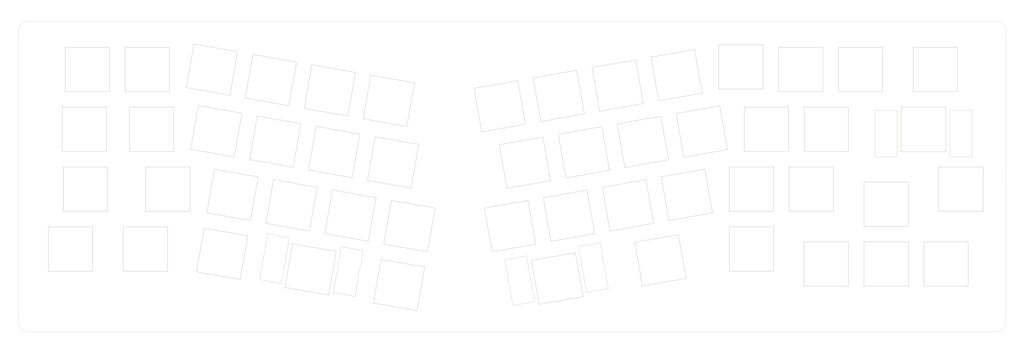
<source format=kicad_pcb>
(kicad_pcb (version 20171130) (host pcbnew "(5.1.5)-3")

  (general
    (thickness 1.6)
    (drawings 46)
    (tracks 0)
    (zones 0)
    (modules 68)
    (nets 1)
  )

  (page A3)
  (layers
    (0 F.Cu signal)
    (31 B.Cu signal)
    (32 B.Adhes user)
    (33 F.Adhes user)
    (34 B.Paste user)
    (35 F.Paste user)
    (36 B.SilkS user)
    (37 F.SilkS user)
    (38 B.Mask user)
    (39 F.Mask user)
    (40 Dwgs.User user)
    (41 Cmts.User user)
    (42 Eco1.User user)
    (43 Eco2.User user)
    (44 Edge.Cuts user)
    (45 Margin user)
    (46 B.CrtYd user)
    (47 F.CrtYd user)
    (48 B.Fab user)
    (49 F.Fab user)
  )

  (setup
    (last_trace_width 0.25)
    (user_trace_width 0.5)
    (user_trace_width 0.5)
    (trace_clearance 0.2)
    (zone_clearance 0.508)
    (zone_45_only no)
    (trace_min 0.2)
    (via_size 0.8)
    (via_drill 0.4)
    (via_min_size 0.4)
    (via_min_drill 0.3)
    (uvia_size 0.3)
    (uvia_drill 0.1)
    (uvias_allowed no)
    (uvia_min_size 0.2)
    (uvia_min_drill 0.1)
    (edge_width 0.1)
    (segment_width 0.2)
    (pcb_text_width 0.3)
    (pcb_text_size 1.5 1.5)
    (mod_edge_width 0.15)
    (mod_text_size 1 1)
    (mod_text_width 0.15)
    (pad_size 2.2 2.2)
    (pad_drill 2.2)
    (pad_to_mask_clearance 0)
    (solder_mask_min_width 0.25)
    (aux_axis_origin 0 0)
    (visible_elements 7FFFFFFF)
    (pcbplotparams
      (layerselection 0x01000_7ffffffe)
      (usegerberextensions true)
      (usegerberattributes false)
      (usegerberadvancedattributes false)
      (creategerberjobfile false)
      (excludeedgelayer true)
      (linewidth 0.100000)
      (plotframeref false)
      (viasonmask false)
      (mode 1)
      (useauxorigin false)
      (hpglpennumber 1)
      (hpglpenspeed 20)
      (hpglpendiameter 15.000000)
      (psnegative false)
      (psa4output false)
      (plotreference true)
      (plotvalue true)
      (plotinvisibletext false)
      (padsonsilk false)
      (subtractmaskfromsilk false)
      (outputformat 4)
      (mirror false)
      (drillshape 0)
      (scaleselection 1)
      (outputdirectory "C:/Users/サリチル酸/Desktop/"))
  )

  (net 0 "")

  (net_class Default "これはデフォルトのネット クラスです。"
    (clearance 0.2)
    (trace_width 0.25)
    (via_dia 0.8)
    (via_drill 0.4)
    (uvia_dia 0.3)
    (uvia_drill 0.1)
  )

  (module kbd_SW_Hole:SW_Hole_1.5 (layer F.Cu) (tedit 60F58A81) (tstamp 5CB90A67)
    (at 306.18125 32.575)
    (path /5C6AC424)
    (fp_text reference SW61 (at 7 8.1) (layer F.SilkS) hide
      (effects (font (size 1 1) (thickness 0.15)))
    )
    (fp_text value SW_PUSH (at -7.4 -8.1) (layer F.Fab) hide
      (effects (font (size 1 1) (thickness 0.15)))
    )
    (fp_line (start -7.05 -7.05) (end 7.05 -7.05) (layer Edge.Cuts) (width 0.15))
    (fp_line (start 7.05 -7.05) (end 7.05 7.05) (layer Edge.Cuts) (width 0.15))
    (fp_line (start 7.05 7.05) (end -7.05 7.05) (layer Edge.Cuts) (width 0.15))
    (fp_line (start -7.05 7.05) (end -7.05 -7.05) (layer Edge.Cuts) (width 0.15))
    (fp_line (start 14.2875 -9.525) (end -14.2875 -9.525) (layer F.Fab) (width 0.15))
    (fp_line (start -14.2875 -9.525) (end -14.2875 9.525) (layer F.Fab) (width 0.15))
    (fp_line (start -14.2875 9.525) (end 14.2875 9.525) (layer F.Fab) (width 0.15))
    (fp_line (start 14.2875 9.525) (end 14.2875 -9.525) (layer F.Fab) (width 0.15))
  )

  (module kbd_SW_Hole:SW_Hole_2 (layer F.Cu) (tedit 60F58AF2) (tstamp 5D2F4C9A)
    (at 107.344152 96.22531 170)
    (fp_text reference SW2 (at 7.000001 8.1 350) (layer Edge.Cuts) hide
      (effects (font (size 1 1) (thickness 0.15)))
    )
    (fp_text value KEY_SWITCH (at -7.4 -8.1 350) (layer F.Fab) hide
      (effects (font (size 1 1) (thickness 0.15)))
    )
    (fp_line (start -15.4 -6) (end -8.4 -6) (layer Edge.Cuts) (width 0.12))
    (fp_line (start -15.4 8.8) (end -15.4 -6) (layer Edge.Cuts) (width 0.12))
    (fp_line (start -8.4 8.8) (end -15.4 8.8) (layer Edge.Cuts) (width 0.12))
    (fp_line (start -8.4 -6) (end -8.4 8.8) (layer Edge.Cuts) (width 0.12))
    (fp_line (start 15.4 -6) (end 8.4 -6) (layer Edge.Cuts) (width 0.12))
    (fp_line (start 15.4 8.8) (end 15.4 -6) (layer Edge.Cuts) (width 0.12))
    (fp_line (start 8.4 8.8) (end 15.4 8.8) (layer Edge.Cuts) (width 0.12))
    (fp_line (start 8.4 -6) (end 8.4 8.8) (layer Edge.Cuts) (width 0.12))
    (fp_line (start -7.05 -7.05) (end 7.05 -7.05) (layer Edge.Cuts) (width 0.15))
    (fp_line (start 7.05 -7.05) (end 7.05 7.05) (layer Edge.Cuts) (width 0.15))
    (fp_line (start 7.05 7.05) (end -7.05 7.05) (layer Edge.Cuts) (width 0.15))
    (fp_line (start -7.05 7.05) (end -7.05 -7.05) (layer Edge.Cuts) (width 0.15))
    (fp_line (start 19.05 -9.525) (end -19.05 -9.525) (layer F.Fab) (width 0.15))
    (fp_line (start -19.05 -9.525) (end -19.05 9.525) (layer F.Fab) (width 0.15))
    (fp_line (start -19.05 9.525) (end 19.05 9.525) (layer F.Fab) (width 0.15))
    (fp_line (start 19.05 9.525) (end 19.05 -9.525) (layer F.Fab) (width 0.15))
  )

  (module kbd_SW_Hole:SW_Hole_1.25 (layer F.Cu) (tedit 60F58AA9) (tstamp 5CB90BF3)
    (at 54.76875 89.725)
    (path /5CAAE83E)
    (fp_text reference SW7 (at 7 8.1) (layer F.SilkS) hide
      (effects (font (size 1 1) (thickness 0.15)))
    )
    (fp_text value SW_PUSH (at -7.4 -8.1) (layer F.Fab) hide
      (effects (font (size 1 1) (thickness 0.15)))
    )
    (fp_line (start -7.05 -7.05) (end 7.05 -7.05) (layer Edge.Cuts) (width 0.15))
    (fp_line (start 7.05 -7.05) (end 7.05 7.05) (layer Edge.Cuts) (width 0.15))
    (fp_line (start 7.05 7.05) (end -7.05 7.05) (layer Edge.Cuts) (width 0.15))
    (fp_line (start -7.05 7.05) (end -7.05 -7.05) (layer Edge.Cuts) (width 0.15))
    (fp_line (start 11.90625 -9.525) (end -11.90625 -9.525) (layer F.Fab) (width 0.15))
    (fp_line (start -11.90625 -9.525) (end -11.90625 9.525) (layer F.Fab) (width 0.15))
    (fp_line (start -11.90625 9.525) (end 11.90625 9.525) (layer F.Fab) (width 0.15))
    (fp_line (start 11.90625 9.525) (end 11.90625 -9.525) (layer F.Fab) (width 0.15))
  )

  (module kbd_SW_Hole:SW_Hole_1.25 (layer F.Cu) (tedit 60F58AA9) (tstamp 5CB90C09)
    (at 35.3375 51.625)
    (path /5C6AB630)
    (fp_text reference SW5 (at 7 8.1) (layer F.SilkS) hide
      (effects (font (size 1 1) (thickness 0.15)))
    )
    (fp_text value SW_PUSH (at -7.4 -8.1) (layer F.Fab) hide
      (effects (font (size 1 1) (thickness 0.15)))
    )
    (fp_line (start -7.05 -7.05) (end 7.05 -7.05) (layer Edge.Cuts) (width 0.15))
    (fp_line (start 7.05 -7.05) (end 7.05 7.05) (layer Edge.Cuts) (width 0.15))
    (fp_line (start 7.05 7.05) (end -7.05 7.05) (layer Edge.Cuts) (width 0.15))
    (fp_line (start -7.05 7.05) (end -7.05 -7.05) (layer Edge.Cuts) (width 0.15))
    (fp_line (start 11.90625 -9.525) (end -11.90625 -9.525) (layer F.Fab) (width 0.15))
    (fp_line (start -11.90625 -9.525) (end -11.90625 9.525) (layer F.Fab) (width 0.15))
    (fp_line (start -11.90625 9.525) (end 11.90625 9.525) (layer F.Fab) (width 0.15))
    (fp_line (start 11.90625 9.525) (end 11.90625 -9.525) (layer F.Fab) (width 0.15))
  )

  (module kbd_SW_Hole:SW_Hole_1.25 (layer F.Cu) (tedit 60F58AA9) (tstamp 6068A642)
    (at 218.678465 93.326577 10)
    (path /5C3D00BB)
    (fp_text reference SW49 (at 7 8.100002 10) (layer F.SilkS) hide
      (effects (font (size 1 1) (thickness 0.15)))
    )
    (fp_text value SW_PUSH (at -7.4 -8.1 10) (layer F.Fab) hide
      (effects (font (size 1 1) (thickness 0.15)))
    )
    (fp_line (start -7.05 -7.05) (end 7.05 -7.05) (layer Edge.Cuts) (width 0.15))
    (fp_line (start 7.05 -7.05) (end 7.05 7.05) (layer Edge.Cuts) (width 0.15))
    (fp_line (start 7.05 7.05) (end -7.05 7.05) (layer Edge.Cuts) (width 0.15))
    (fp_line (start -7.05 7.05) (end -7.05 -7.05) (layer Edge.Cuts) (width 0.15))
    (fp_line (start 11.90625 -9.525) (end -11.90625 -9.525) (layer F.Fab) (width 0.15))
    (fp_line (start -11.90625 -9.525) (end -11.90625 9.525) (layer F.Fab) (width 0.15))
    (fp_line (start -11.90625 9.525) (end 11.90625 9.525) (layer F.Fab) (width 0.15))
    (fp_line (start 11.90625 9.525) (end 11.90625 -9.525) (layer F.Fab) (width 0.15))
  )

  (module kbd_SW_Hole:SW_Hole_1.25 (layer F.Cu) (tedit 60F58AA9) (tstamp 60524BCB)
    (at 30.95625 89.725)
    (path /5CAAE83E)
    (fp_text reference SW7 (at 7 8.1) (layer F.SilkS) hide
      (effects (font (size 1 1) (thickness 0.15)))
    )
    (fp_text value SW_PUSH (at -7.4 -8.1) (layer F.Fab) hide
      (effects (font (size 1 1) (thickness 0.15)))
    )
    (fp_line (start -7.05 -7.05) (end 7.05 -7.05) (layer Edge.Cuts) (width 0.15))
    (fp_line (start 7.05 -7.05) (end 7.05 7.05) (layer Edge.Cuts) (width 0.15))
    (fp_line (start 7.05 7.05) (end -7.05 7.05) (layer Edge.Cuts) (width 0.15))
    (fp_line (start -7.05 7.05) (end -7.05 -7.05) (layer Edge.Cuts) (width 0.15))
    (fp_line (start 11.90625 -9.525) (end -11.90625 -9.525) (layer F.Fab) (width 0.15))
    (fp_line (start -11.90625 -9.525) (end -11.90625 9.525) (layer F.Fab) (width 0.15))
    (fp_line (start -11.90625 9.525) (end 11.90625 9.525) (layer F.Fab) (width 0.15))
    (fp_line (start 11.90625 9.525) (end 11.90625 -9.525) (layer F.Fab) (width 0.15))
  )

  (module kbd_SW_Hole:SW_Hole_1.75 (layer F.Cu) (tedit 60F58ACC) (tstamp 5CF70F1B)
    (at 35.71875 70.675)
    (path /5CAAE847)
    (fp_text reference SW6 (at 7 8.1) (layer Edge.Cuts) hide
      (effects (font (size 1 1) (thickness 0.15)))
    )
    (fp_text value SW_PUSH (at -7.4 -8.1) (layer F.Fab) hide
      (effects (font (size 1 1) (thickness 0.15)))
    )
    (fp_line (start -7.05 -7.05) (end 7.05 -7.05) (layer Edge.Cuts) (width 0.15))
    (fp_line (start 7.05 -7.05) (end 7.05 7.05) (layer Edge.Cuts) (width 0.15))
    (fp_line (start 7.05 7.05) (end -7.05 7.05) (layer Edge.Cuts) (width 0.15))
    (fp_line (start -7.05 7.05) (end -7.05 -7.05) (layer Edge.Cuts) (width 0.15))
    (fp_line (start 16.66875 -9.525) (end -16.66875 -9.525) (layer F.Fab) (width 0.15))
    (fp_line (start -16.66875 -9.525) (end -16.66875 9.525) (layer F.Fab) (width 0.15))
    (fp_line (start -16.66875 9.525) (end 16.66875 9.525) (layer F.Fab) (width 0.15))
    (fp_line (start 16.66875 9.525) (end 16.66875 -9.525) (layer F.Fab) (width 0.15))
  )

  (module kbd_SW_Hole:SW_Hole_1 (layer F.Cu) (tedit 60F58A59) (tstamp 608851B9)
    (at 247.65 89.725)
    (path /5C6AC0DC)
    (fp_text reference SW53 (at 7 8.1) (layer F.SilkS) hide
      (effects (font (size 1 1) (thickness 0.15)))
    )
    (fp_text value SW_PUSH (at -7.4 -8.1) (layer F.Fab) hide
      (effects (font (size 1 1) (thickness 0.15)))
    )
    (fp_line (start -7.05 -7.05) (end 7.05 -7.05) (layer Edge.Cuts) (width 0.15))
    (fp_line (start 7.05 -7.05) (end 7.05 7.05) (layer Edge.Cuts) (width 0.15))
    (fp_line (start 7.05 7.05) (end -7.05 7.05) (layer Edge.Cuts) (width 0.15))
    (fp_line (start -7.05 7.05) (end -7.05 -7.05) (layer Edge.Cuts) (width 0.15))
    (fp_line (start 9.525 -9.525) (end -9.525 -9.525) (layer F.Fab) (width 0.15))
    (fp_line (start -9.525 -9.525) (end -9.525 9.525) (layer F.Fab) (width 0.15))
    (fp_line (start -9.525 9.525) (end 9.525 9.525) (layer F.Fab) (width 0.15))
    (fp_line (start 9.525 9.525) (end 9.525 -9.525) (layer F.Fab) (width 0.15))
  )

  (module kbd_SW_Hole:SW_Hole_1 (layer F.Cu) (tedit 60F58A59) (tstamp 60884E29)
    (at 244.26875 31.75625)
    (path /5C3DF236)
    (fp_text reference SW51 (at 7 8.1) (layer F.SilkS) hide
      (effects (font (size 1 1) (thickness 0.15)))
    )
    (fp_text value SW_PUSH (at -7.4 -8.1) (layer F.Fab) hide
      (effects (font (size 1 1) (thickness 0.15)))
    )
    (fp_line (start -7.05 -7.05) (end 7.05 -7.05) (layer Edge.Cuts) (width 0.15))
    (fp_line (start 7.05 -7.05) (end 7.05 7.05) (layer Edge.Cuts) (width 0.15))
    (fp_line (start 7.05 7.05) (end -7.05 7.05) (layer Edge.Cuts) (width 0.15))
    (fp_line (start -7.05 7.05) (end -7.05 -7.05) (layer Edge.Cuts) (width 0.15))
    (fp_line (start 9.525 -9.525) (end -9.525 -9.525) (layer F.Fab) (width 0.15))
    (fp_line (start -9.525 -9.525) (end -9.525 9.525) (layer F.Fab) (width 0.15))
    (fp_line (start -9.525 9.525) (end 9.525 9.525) (layer F.Fab) (width 0.15))
    (fp_line (start 9.525 9.525) (end 9.525 -9.525) (layer F.Fab) (width 0.15))
  )

  (module kbd_SW_Hole:SW_Hole_1 (layer F.Cu) (tedit 60F58A59) (tstamp 60884DDF)
    (at 247.65 70.675)
    (path /5C6AC0DC)
    (fp_text reference SW53 (at 7 8.1) (layer F.SilkS) hide
      (effects (font (size 1 1) (thickness 0.15)))
    )
    (fp_text value SW_PUSH (at -7.4 -8.1) (layer F.Fab) hide
      (effects (font (size 1 1) (thickness 0.15)))
    )
    (fp_line (start -7.05 -7.05) (end 7.05 -7.05) (layer Edge.Cuts) (width 0.15))
    (fp_line (start 7.05 -7.05) (end 7.05 7.05) (layer Edge.Cuts) (width 0.15))
    (fp_line (start 7.05 7.05) (end -7.05 7.05) (layer Edge.Cuts) (width 0.15))
    (fp_line (start -7.05 7.05) (end -7.05 -7.05) (layer Edge.Cuts) (width 0.15))
    (fp_line (start 9.525 -9.525) (end -9.525 -9.525) (layer F.Fab) (width 0.15))
    (fp_line (start -9.525 -9.525) (end -9.525 9.525) (layer F.Fab) (width 0.15))
    (fp_line (start -9.525 9.525) (end 9.525 9.525) (layer F.Fab) (width 0.15))
    (fp_line (start 9.525 9.525) (end 9.525 -9.525) (layer F.Fab) (width 0.15))
  )

  (module kbd_SW_Hole:SW_Hole_1 (layer F.Cu) (tedit 60F58A59) (tstamp 6068A853)
    (at 79.20327 91.263312 350)
    (path /5CAAE814)
    (fp_text reference SW16 (at 7.000001 8.1 350) (layer F.SilkS) hide
      (effects (font (size 1 1) (thickness 0.15)))
    )
    (fp_text value SW_PUSH (at -7.4 -8.1 350) (layer F.Fab) hide
      (effects (font (size 1 1) (thickness 0.15)))
    )
    (fp_line (start -7.05 -7.05) (end 7.05 -7.05) (layer Edge.Cuts) (width 0.15))
    (fp_line (start 7.05 -7.05) (end 7.05 7.05) (layer Edge.Cuts) (width 0.15))
    (fp_line (start 7.05 7.05) (end -7.05 7.05) (layer Edge.Cuts) (width 0.15))
    (fp_line (start -7.05 7.05) (end -7.05 -7.05) (layer Edge.Cuts) (width 0.15))
    (fp_line (start 9.525 -9.525) (end -9.525 -9.525) (layer F.Fab) (width 0.15))
    (fp_line (start -9.525 -9.525) (end -9.525 9.525) (layer F.Fab) (width 0.15))
    (fp_line (start -9.525 9.525) (end 9.525 9.525) (layer F.Fab) (width 0.15))
    (fp_line (start 9.525 9.525) (end 9.525 -9.525) (layer F.Fab) (width 0.15))
  )

  (module kbd_SW_Hole:SW_Hole_1 (layer F.Cu) (tedit 60F58A59) (tstamp 608704FB)
    (at 36.3375 32.575)
    (path /5C3DCE96)
    (fp_text reference SW4 (at 7 8.1) (layer F.SilkS) hide
      (effects (font (size 1 1) (thickness 0.15)))
    )
    (fp_text value SW_PUSH (at -7.4 -8.1) (layer F.Fab) hide
      (effects (font (size 1 1) (thickness 0.15)))
    )
    (fp_line (start -7.05 -7.05) (end 7.05 -7.05) (layer Edge.Cuts) (width 0.15))
    (fp_line (start 7.05 -7.05) (end 7.05 7.05) (layer Edge.Cuts) (width 0.15))
    (fp_line (start 7.05 7.05) (end -7.05 7.05) (layer Edge.Cuts) (width 0.15))
    (fp_line (start -7.05 7.05) (end -7.05 -7.05) (layer Edge.Cuts) (width 0.15))
    (fp_line (start 9.525 -9.525) (end -9.525 -9.525) (layer F.Fab) (width 0.15))
    (fp_line (start -9.525 -9.525) (end -9.525 9.525) (layer F.Fab) (width 0.15))
    (fp_line (start -9.525 9.525) (end 9.525 9.525) (layer F.Fab) (width 0.15))
    (fp_line (start 9.525 9.525) (end 9.525 -9.525) (layer F.Fab) (width 0.15))
  )

  (module kbd_SW_Hole:SW_Hole_1 (layer F.Cu) (tedit 60F58A59) (tstamp 5CB90A88)
    (at 309.55625 94.4875)
    (path /5CAAE781)
    (fp_text reference SW64 (at 7 8.1) (layer F.SilkS) hide
      (effects (font (size 1 1) (thickness 0.15)))
    )
    (fp_text value SW_PUSH (at -7.4 -8.1) (layer F.Fab) hide
      (effects (font (size 1 1) (thickness 0.15)))
    )
    (fp_line (start -7.05 -7.05) (end 7.05 -7.05) (layer Edge.Cuts) (width 0.15))
    (fp_line (start 7.05 -7.05) (end 7.05 7.05) (layer Edge.Cuts) (width 0.15))
    (fp_line (start 7.05 7.05) (end -7.05 7.05) (layer Edge.Cuts) (width 0.15))
    (fp_line (start -7.05 7.05) (end -7.05 -7.05) (layer Edge.Cuts) (width 0.15))
    (fp_line (start 9.525 -9.525) (end -9.525 -9.525) (layer F.Fab) (width 0.15))
    (fp_line (start -9.525 -9.525) (end -9.525 9.525) (layer F.Fab) (width 0.15))
    (fp_line (start -9.525 9.525) (end 9.525 9.525) (layer F.Fab) (width 0.15))
    (fp_line (start 9.525 9.525) (end 9.525 -9.525) (layer F.Fab) (width 0.15))
  )

  (module kbd_SW_Hole:SW_Hole_1 (layer F.Cu) (tedit 60F58A59) (tstamp 5CB90A7D)
    (at 314.31875 70.675)
    (path /5CAAE77A)
    (fp_text reference SW63 (at 7 8.1) (layer F.SilkS) hide
      (effects (font (size 1 1) (thickness 0.15)))
    )
    (fp_text value SW_PUSH (at -7.4 -8.1) (layer F.Fab) hide
      (effects (font (size 1 1) (thickness 0.15)))
    )
    (fp_line (start -7.05 -7.05) (end 7.05 -7.05) (layer Edge.Cuts) (width 0.15))
    (fp_line (start 7.05 -7.05) (end 7.05 7.05) (layer Edge.Cuts) (width 0.15))
    (fp_line (start 7.05 7.05) (end -7.05 7.05) (layer Edge.Cuts) (width 0.15))
    (fp_line (start -7.05 7.05) (end -7.05 -7.05) (layer Edge.Cuts) (width 0.15))
    (fp_line (start 9.525 -9.525) (end -9.525 -9.525) (layer F.Fab) (width 0.15))
    (fp_line (start -9.525 -9.525) (end -9.525 9.525) (layer F.Fab) (width 0.15))
    (fp_line (start -9.525 9.525) (end 9.525 9.525) (layer F.Fab) (width 0.15))
    (fp_line (start 9.525 9.525) (end 9.525 -9.525) (layer F.Fab) (width 0.15))
  )

  (module kbd_SW_Hole:SW_Hole_1 (layer F.Cu) (tedit 60F58A59) (tstamp 5CB90C14)
    (at 55.3875 32.575)
    (path /5C3DCE96)
    (fp_text reference SW4 (at 7 8.1) (layer F.SilkS) hide
      (effects (font (size 1 1) (thickness 0.15)))
    )
    (fp_text value SW_PUSH (at -7.4 -8.1) (layer F.Fab) hide
      (effects (font (size 1 1) (thickness 0.15)))
    )
    (fp_line (start -7.05 -7.05) (end 7.05 -7.05) (layer Edge.Cuts) (width 0.15))
    (fp_line (start 7.05 -7.05) (end 7.05 7.05) (layer Edge.Cuts) (width 0.15))
    (fp_line (start 7.05 7.05) (end -7.05 7.05) (layer Edge.Cuts) (width 0.15))
    (fp_line (start -7.05 7.05) (end -7.05 -7.05) (layer Edge.Cuts) (width 0.15))
    (fp_line (start 9.525 -9.525) (end -9.525 -9.525) (layer F.Fab) (width 0.15))
    (fp_line (start -9.525 -9.525) (end -9.525 9.525) (layer F.Fab) (width 0.15))
    (fp_line (start -9.525 9.525) (end 9.525 9.525) (layer F.Fab) (width 0.15))
    (fp_line (start 9.525 9.525) (end 9.525 -9.525) (layer F.Fab) (width 0.15))
  )

  (module kbd_SW_Hole:SW_Hole_1 (layer F.Cu) (tedit 60F58A59) (tstamp 5CB909C2)
    (at 133.606743 62.162492 350)
    (path /5C3DEE7C)
    (fp_text reference SW19 (at 7 8.1 350) (layer F.SilkS) hide
      (effects (font (size 1 1) (thickness 0.15)))
    )
    (fp_text value SW_PUSH (at -7.4 -8.1 350) (layer F.Fab) hide
      (effects (font (size 1 1) (thickness 0.15)))
    )
    (fp_line (start -7.05 -7.05) (end 7.05 -7.05) (layer Edge.Cuts) (width 0.15))
    (fp_line (start 7.05 -7.05) (end 7.05 7.05) (layer Edge.Cuts) (width 0.15))
    (fp_line (start 7.05 7.05) (end -7.05 7.05) (layer Edge.Cuts) (width 0.15))
    (fp_line (start -7.05 7.05) (end -7.05 -7.05) (layer Edge.Cuts) (width 0.15))
    (fp_line (start 9.525 -9.525) (end -9.525 -9.525) (layer F.Fab) (width 0.15))
    (fp_line (start -9.525 -9.525) (end -9.525 9.525) (layer F.Fab) (width 0.15))
    (fp_line (start -9.525 9.525) (end 9.525 9.525) (layer F.Fab) (width 0.15))
    (fp_line (start 9.525 9.525) (end 9.525 -9.525) (layer F.Fab) (width 0.15))
  )

  (module kbd_SW_Hole:SW_Hole_1 (layer F.Cu) (tedit 60F58A59) (tstamp 5CB90A3B)
    (at 132.232241 42.570654 350)
    (path /5C3D98D7)
    (fp_text reference SW18 (at 7 8.1 350) (layer F.SilkS) hide
      (effects (font (size 1 1) (thickness 0.15)))
    )
    (fp_text value SW_PUSH (at -7.4 -8.1 350) (layer F.Fab) hide
      (effects (font (size 1 1) (thickness 0.15)))
    )
    (fp_line (start -7.05 -7.05) (end 7.05 -7.05) (layer Edge.Cuts) (width 0.15))
    (fp_line (start 7.05 -7.05) (end 7.05 7.05) (layer Edge.Cuts) (width 0.15))
    (fp_line (start 7.05 7.05) (end -7.05 7.05) (layer Edge.Cuts) (width 0.15))
    (fp_line (start -7.05 7.05) (end -7.05 -7.05) (layer Edge.Cuts) (width 0.15))
    (fp_line (start 9.525 -9.525) (end -9.525 -9.525) (layer F.Fab) (width 0.15))
    (fp_line (start -9.525 -9.525) (end -9.525 9.525) (layer F.Fab) (width 0.15))
    (fp_line (start -9.525 9.525) (end 9.525 9.525) (layer F.Fab) (width 0.15))
    (fp_line (start 9.525 9.525) (end 9.525 -9.525) (layer F.Fab) (width 0.15))
  )

  (module kbd_SW_Hole:SW_Hole_1 (layer F.Cu) (tedit 60F58A59) (tstamp 5CB909F9)
    (at 290.50625 94.4875)
    (path /5C3DC01F)
    (fp_text reference SW59 (at 7 8.1) (layer F.SilkS) hide
      (effects (font (size 1 1) (thickness 0.15)))
    )
    (fp_text value SW_PUSH (at -7.4 -8.1) (layer F.Fab) hide
      (effects (font (size 1 1) (thickness 0.15)))
    )
    (fp_line (start -7.05 -7.05) (end 7.05 -7.05) (layer Edge.Cuts) (width 0.15))
    (fp_line (start 7.05 -7.05) (end 7.05 7.05) (layer Edge.Cuts) (width 0.15))
    (fp_line (start 7.05 7.05) (end -7.05 7.05) (layer Edge.Cuts) (width 0.15))
    (fp_line (start -7.05 7.05) (end -7.05 -7.05) (layer Edge.Cuts) (width 0.15))
    (fp_line (start 9.525 -9.525) (end -9.525 -9.525) (layer F.Fab) (width 0.15))
    (fp_line (start -9.525 -9.525) (end -9.525 9.525) (layer F.Fab) (width 0.15))
    (fp_line (start -9.525 9.525) (end 9.525 9.525) (layer F.Fab) (width 0.15))
    (fp_line (start 9.525 9.525) (end 9.525 -9.525) (layer F.Fab) (width 0.15))
  )

  (module kbd_SW_Hole:SW_Hole_1 (layer F.Cu) (tedit 60F58A59) (tstamp 5CB90C4B)
    (at 189.57984 79.118058 10)
    (path /5CAAE7F0)
    (fp_text reference SW39 (at 7 8.100002 10) (layer F.SilkS) hide
      (effects (font (size 1 1) (thickness 0.15)))
    )
    (fp_text value SW_PUSH (at -7.4 -8.1 10) (layer F.Fab) hide
      (effects (font (size 1 1) (thickness 0.15)))
    )
    (fp_line (start -7.05 -7.05) (end 7.05 -7.05) (layer Edge.Cuts) (width 0.15))
    (fp_line (start 7.05 -7.05) (end 7.05 7.05) (layer Edge.Cuts) (width 0.15))
    (fp_line (start 7.05 7.05) (end -7.05 7.05) (layer Edge.Cuts) (width 0.15))
    (fp_line (start -7.05 7.05) (end -7.05 -7.05) (layer Edge.Cuts) (width 0.15))
    (fp_line (start 9.525 -9.525) (end -9.525 -9.525) (layer F.Fab) (width 0.15))
    (fp_line (start -9.525 -9.525) (end -9.525 9.525) (layer F.Fab) (width 0.15))
    (fp_line (start -9.525 9.525) (end 9.525 9.525) (layer F.Fab) (width 0.15))
    (fp_line (start 9.525 9.525) (end 9.525 -9.525) (layer F.Fab) (width 0.15))
  )

  (module kbd_SW_Hole:SW_Hole_1 (layer F.Cu) (tedit 60F58A59) (tstamp 5CB90C40)
    (at 77.32498 52.238498 350)
    (path /5CAAE803)
    (fp_text reference SW14 (at 7 8.1 350) (layer F.SilkS) hide
      (effects (font (size 1 1) (thickness 0.15)))
    )
    (fp_text value SW_PUSH (at -7.4 -8.1 350) (layer F.Fab) hide
      (effects (font (size 1 1) (thickness 0.15)))
    )
    (fp_line (start -7.05 -7.05) (end 7.05 -7.05) (layer Edge.Cuts) (width 0.15))
    (fp_line (start 7.05 -7.05) (end 7.05 7.05) (layer Edge.Cuts) (width 0.15))
    (fp_line (start 7.05 7.05) (end -7.05 7.05) (layer Edge.Cuts) (width 0.15))
    (fp_line (start -7.05 7.05) (end -7.05 -7.05) (layer Edge.Cuts) (width 0.15))
    (fp_line (start 9.525 -9.525) (end -9.525 -9.525) (layer F.Fab) (width 0.15))
    (fp_line (start -9.525 -9.525) (end -9.525 9.525) (layer F.Fab) (width 0.15))
    (fp_line (start -9.525 9.525) (end 9.525 9.525) (layer F.Fab) (width 0.15))
    (fp_line (start 9.525 9.525) (end 9.525 -9.525) (layer F.Fab) (width 0.15))
  )

  (module kbd_SW_Hole:SW_Hole_1 (layer F.Cu) (tedit 60F58A59) (tstamp 5CB90BD2)
    (at 56.76875 51.625)
    (path /5BF16F8B)
    (fp_text reference SW7 (at 7 8.1) (layer F.SilkS) hide
      (effects (font (size 1 1) (thickness 0.15)))
    )
    (fp_text value SW_PUSH (at -7.4 -8.1) (layer F.Fab) hide
      (effects (font (size 1 1) (thickness 0.15)))
    )
    (fp_line (start -7.05 -7.05) (end 7.05 -7.05) (layer Edge.Cuts) (width 0.15))
    (fp_line (start 7.05 -7.05) (end 7.05 7.05) (layer Edge.Cuts) (width 0.15))
    (fp_line (start 7.05 7.05) (end -7.05 7.05) (layer Edge.Cuts) (width 0.15))
    (fp_line (start -7.05 7.05) (end -7.05 -7.05) (layer Edge.Cuts) (width 0.15))
    (fp_line (start 9.525 -9.525) (end -9.525 -9.525) (layer F.Fab) (width 0.15))
    (fp_line (start -9.525 -9.525) (end -9.525 9.525) (layer F.Fab) (width 0.15))
    (fp_line (start -9.525 9.525) (end 9.525 9.525) (layer F.Fab) (width 0.15))
    (fp_line (start 9.525 9.525) (end 9.525 -9.525) (layer F.Fab) (width 0.15))
  )

  (module kbd_SW_Hole:SW_Hole_1 (layer F.Cu) (tedit 60F58A59) (tstamp 5CB90BC7)
    (at 61.9125 70.675)
    (path /5C3DCEFA)
    (fp_text reference SW8 (at 7 8.1) (layer F.SilkS) hide
      (effects (font (size 1 1) (thickness 0.15)))
    )
    (fp_text value SW_PUSH (at -7.4 -8.1) (layer F.Fab) hide
      (effects (font (size 1 1) (thickness 0.15)))
    )
    (fp_line (start -7.05 -7.05) (end 7.05 -7.05) (layer Edge.Cuts) (width 0.15))
    (fp_line (start 7.05 -7.05) (end 7.05 7.05) (layer Edge.Cuts) (width 0.15))
    (fp_line (start 7.05 7.05) (end -7.05 7.05) (layer Edge.Cuts) (width 0.15))
    (fp_line (start -7.05 7.05) (end -7.05 -7.05) (layer Edge.Cuts) (width 0.15))
    (fp_line (start 9.525 -9.525) (end -9.525 -9.525) (layer F.Fab) (width 0.15))
    (fp_line (start -9.525 -9.525) (end -9.525 9.525) (layer F.Fab) (width 0.15))
    (fp_line (start -9.525 9.525) (end 9.525 9.525) (layer F.Fab) (width 0.15))
    (fp_line (start 9.525 9.525) (end 9.525 -9.525) (layer F.Fab) (width 0.15))
  )

  (module kbd_SW_Hole:SW_Hole_1 (layer F.Cu) (tedit 60F58A59) (tstamp 5CB90BA6)
    (at 175.565003 62.244218 10)
    (path /5C3CFFD8)
    (fp_text reference SW21 (at 7 8.100002 10) (layer F.SilkS) hide
      (effects (font (size 1 1) (thickness 0.15)))
    )
    (fp_text value SW_PUSH (at -7.4 -8.1 10) (layer F.Fab) hide
      (effects (font (size 1 1) (thickness 0.15)))
    )
    (fp_line (start -7.05 -7.05) (end 7.05 -7.05) (layer Edge.Cuts) (width 0.15))
    (fp_line (start 7.05 -7.05) (end 7.05 7.05) (layer Edge.Cuts) (width 0.15))
    (fp_line (start 7.05 7.05) (end -7.05 7.05) (layer Edge.Cuts) (width 0.15))
    (fp_line (start -7.05 7.05) (end -7.05 -7.05) (layer Edge.Cuts) (width 0.15))
    (fp_line (start 9.525 -9.525) (end -9.525 -9.525) (layer F.Fab) (width 0.15))
    (fp_line (start -9.525 -9.525) (end -9.525 9.525) (layer F.Fab) (width 0.15))
    (fp_line (start -9.525 9.525) (end 9.525 9.525) (layer F.Fab) (width 0.15))
    (fp_line (start 9.525 9.525) (end 9.525 -9.525) (layer F.Fab) (width 0.15))
  )

  (module kbd_SW_Hole:SW_Hole_1 (layer F.Cu) (tedit 60F58A59) (tstamp 5CB90B9B)
    (at 205.06693 37.687634 10)
    (path /5C3D99DB)
    (fp_text reference SW27 (at 7 8.100002 10) (layer F.SilkS) hide
      (effects (font (size 1 1) (thickness 0.15)))
    )
    (fp_text value SW_PUSH (at -7.4 -8.1 10) (layer F.Fab) hide
      (effects (font (size 1 1) (thickness 0.15)))
    )
    (fp_line (start -7.05 -7.05) (end 7.05 -7.05) (layer Edge.Cuts) (width 0.15))
    (fp_line (start 7.05 -7.05) (end 7.05 7.05) (layer Edge.Cuts) (width 0.15))
    (fp_line (start 7.05 7.05) (end -7.05 7.05) (layer Edge.Cuts) (width 0.15))
    (fp_line (start -7.05 7.05) (end -7.05 -7.05) (layer Edge.Cuts) (width 0.15))
    (fp_line (start 9.525 -9.525) (end -9.525 -9.525) (layer F.Fab) (width 0.15))
    (fp_line (start -9.525 -9.525) (end -9.525 9.525) (layer F.Fab) (width 0.15))
    (fp_line (start -9.525 9.525) (end 9.525 9.525) (layer F.Fab) (width 0.15))
    (fp_line (start 9.525 9.525) (end 9.525 -9.525) (layer F.Fab) (width 0.15))
  )

  (module kbd_SW_Hole:SW_Hole_1 (layer F.Cu) (tedit 60F58A59) (tstamp 5CB90B90)
    (at 282.36875 32.575)
    (path /5CAAE7B3)
    (fp_text reference SW56 (at 7 8.1) (layer F.SilkS) hide
      (effects (font (size 1 1) (thickness 0.15)))
    )
    (fp_text value SW_PUSH (at -7.4 -8.1) (layer F.Fab) hide
      (effects (font (size 1 1) (thickness 0.15)))
    )
    (fp_line (start -7.05 -7.05) (end 7.05 -7.05) (layer Edge.Cuts) (width 0.15))
    (fp_line (start 7.05 -7.05) (end 7.05 7.05) (layer Edge.Cuts) (width 0.15))
    (fp_line (start 7.05 7.05) (end -7.05 7.05) (layer Edge.Cuts) (width 0.15))
    (fp_line (start -7.05 7.05) (end -7.05 -7.05) (layer Edge.Cuts) (width 0.15))
    (fp_line (start 9.525 -9.525) (end -9.525 -9.525) (layer F.Fab) (width 0.15))
    (fp_line (start -9.525 -9.525) (end -9.525 9.525) (layer F.Fab) (width 0.15))
    (fp_line (start -9.525 9.525) (end 9.525 9.525) (layer F.Fab) (width 0.15))
    (fp_line (start 9.525 9.525) (end 9.525 -9.525) (layer F.Fab) (width 0.15))
  )

  (module kbd_SW_Hole:SW_Hole_1 (layer F.Cu) (tedit 60F58A59) (tstamp 5CB90B7A)
    (at 271.45625 94.4875)
    (path /5CAAE7C5)
    (fp_text reference SW54 (at 7 8.1) (layer F.SilkS) hide
      (effects (font (size 1 1) (thickness 0.15)))
    )
    (fp_text value SW_PUSH (at -7.4 -8.1) (layer F.Fab) hide
      (effects (font (size 1 1) (thickness 0.15)))
    )
    (fp_line (start -7.05 -7.05) (end 7.05 -7.05) (layer Edge.Cuts) (width 0.15))
    (fp_line (start 7.05 -7.05) (end 7.05 7.05) (layer Edge.Cuts) (width 0.15))
    (fp_line (start 7.05 7.05) (end -7.05 7.05) (layer Edge.Cuts) (width 0.15))
    (fp_line (start -7.05 7.05) (end -7.05 -7.05) (layer Edge.Cuts) (width 0.15))
    (fp_line (start 9.525 -9.525) (end -9.525 -9.525) (layer F.Fab) (width 0.15))
    (fp_line (start -9.525 -9.525) (end -9.525 9.525) (layer F.Fab) (width 0.15))
    (fp_line (start -9.525 9.525) (end 9.525 9.525) (layer F.Fab) (width 0.15))
    (fp_line (start 9.525 9.525) (end 9.525 -9.525) (layer F.Fab) (width 0.15))
  )

  (module kbd_SW_Hole:SW_Hole_1 (layer F.Cu) (tedit 60F58A59) (tstamp 5CB90B6F)
    (at 266.7 70.675)
    (path /5C6AC0DC)
    (fp_text reference SW53 (at 7 8.1) (layer F.SilkS) hide
      (effects (font (size 1 1) (thickness 0.15)))
    )
    (fp_text value SW_PUSH (at -7.4 -8.1) (layer F.Fab) hide
      (effects (font (size 1 1) (thickness 0.15)))
    )
    (fp_line (start -7.05 -7.05) (end 7.05 -7.05) (layer Edge.Cuts) (width 0.15))
    (fp_line (start 7.05 -7.05) (end 7.05 7.05) (layer Edge.Cuts) (width 0.15))
    (fp_line (start 7.05 7.05) (end -7.05 7.05) (layer Edge.Cuts) (width 0.15))
    (fp_line (start -7.05 7.05) (end -7.05 -7.05) (layer Edge.Cuts) (width 0.15))
    (fp_line (start 9.525 -9.525) (end -9.525 -9.525) (layer F.Fab) (width 0.15))
    (fp_line (start -9.525 -9.525) (end -9.525 9.525) (layer F.Fab) (width 0.15))
    (fp_line (start -9.525 9.525) (end 9.525 9.525) (layer F.Fab) (width 0.15))
    (fp_line (start 9.525 9.525) (end 9.525 -9.525) (layer F.Fab) (width 0.15))
  )

  (module kbd_SW_Hole:SW_Hole_1 (layer F.Cu) (tedit 60F58A59) (tstamp 5CB90B64)
    (at 82.501982 72.500336 350)
    (path /5CAAE80D)
    (fp_text reference SW15 (at 7 8.1 350) (layer F.SilkS) hide
      (effects (font (size 1 1) (thickness 0.15)))
    )
    (fp_text value SW_PUSH (at -7.4 -8.1 350) (layer F.Fab) hide
      (effects (font (size 1 1) (thickness 0.15)))
    )
    (fp_line (start -7.05 -7.05) (end 7.05 -7.05) (layer Edge.Cuts) (width 0.15))
    (fp_line (start 7.05 -7.05) (end 7.05 7.05) (layer Edge.Cuts) (width 0.15))
    (fp_line (start 7.05 7.05) (end -7.05 7.05) (layer Edge.Cuts) (width 0.15))
    (fp_line (start -7.05 7.05) (end -7.05 -7.05) (layer Edge.Cuts) (width 0.15))
    (fp_line (start 9.525 -9.525) (end -9.525 -9.525) (layer F.Fab) (width 0.15))
    (fp_line (start -9.525 -9.525) (end -9.525 9.525) (layer F.Fab) (width 0.15))
    (fp_line (start -9.525 9.525) (end 9.525 9.525) (layer F.Fab) (width 0.15))
    (fp_line (start 9.525 9.525) (end 9.525 -9.525) (layer F.Fab) (width 0.15))
  )

  (module kbd_SW_Hole:SW_Hole_1 (layer F.Cu) (tedit 60F58A59) (tstamp 5CB90B59)
    (at 75.950478 32.64666 350)
    (path /5C6AB742)
    (fp_text reference SW10 (at 7 8.1 350) (layer F.SilkS) hide
      (effects (font (size 1 1) (thickness 0.15)))
    )
    (fp_text value SW_PUSH (at -7.4 -8.1 350) (layer F.Fab) hide
      (effects (font (size 1 1) (thickness 0.15)))
    )
    (fp_line (start -7.05 -7.05) (end 7.05 -7.05) (layer Edge.Cuts) (width 0.15))
    (fp_line (start 7.05 -7.05) (end 7.05 7.05) (layer Edge.Cuts) (width 0.15))
    (fp_line (start 7.05 7.05) (end -7.05 7.05) (layer Edge.Cuts) (width 0.15))
    (fp_line (start -7.05 7.05) (end -7.05 -7.05) (layer Edge.Cuts) (width 0.15))
    (fp_line (start 9.525 -9.525) (end -9.525 -9.525) (layer F.Fab) (width 0.15))
    (fp_line (start -9.525 -9.525) (end -9.525 9.525) (layer F.Fab) (width 0.15))
    (fp_line (start -9.525 9.525) (end 9.525 9.525) (layer F.Fab) (width 0.15))
    (fp_line (start 9.525 9.525) (end 9.525 -9.525) (layer F.Fab) (width 0.15))
  )

  (module kbd_SW_Hole:SW_Hole_1 (layer F.Cu) (tedit 60F58A59) (tstamp 5CB90B38)
    (at 227.101015 72.502061 10)
    (path /5CAAE7AC)
    (fp_text reference SW48 (at 7 8.100002 10) (layer F.SilkS) hide
      (effects (font (size 1 1) (thickness 0.15)))
    )
    (fp_text value SW_PUSH (at -7.4 -8.1 10) (layer F.Fab) hide
      (effects (font (size 1 1) (thickness 0.15)))
    )
    (fp_line (start -7.05 -7.05) (end 7.05 -7.05) (layer Edge.Cuts) (width 0.15))
    (fp_line (start 7.05 -7.05) (end 7.05 7.05) (layer Edge.Cuts) (width 0.15))
    (fp_line (start 7.05 7.05) (end -7.05 7.05) (layer Edge.Cuts) (width 0.15))
    (fp_line (start -7.05 7.05) (end -7.05 -7.05) (layer Edge.Cuts) (width 0.15))
    (fp_line (start 9.525 -9.525) (end -9.525 -9.525) (layer F.Fab) (width 0.15))
    (fp_line (start -9.525 -9.525) (end -9.525 9.525) (layer F.Fab) (width 0.15))
    (fp_line (start -9.525 9.525) (end 9.525 9.525) (layer F.Fab) (width 0.15))
    (fp_line (start 9.525 9.525) (end 9.525 -9.525) (layer F.Fab) (width 0.15))
  )

  (module kbd_SW_Hole:SW_Hole_1 (layer F.Cu) (tedit 60F58A59) (tstamp 5CB90B2D)
    (at 231.846767 52.320223 10)
    (path /5CAAE7A5)
    (fp_text reference SW47 (at 7 8.100002 10) (layer F.SilkS) hide
      (effects (font (size 1 1) (thickness 0.15)))
    )
    (fp_text value SW_PUSH (at -7.4 -8.1 10) (layer F.Fab) hide
      (effects (font (size 1 1) (thickness 0.15)))
    )
    (fp_line (start -7.05 -7.05) (end 7.05 -7.05) (layer Edge.Cuts) (width 0.15))
    (fp_line (start 7.05 -7.05) (end 7.05 7.05) (layer Edge.Cuts) (width 0.15))
    (fp_line (start 7.05 7.05) (end -7.05 7.05) (layer Edge.Cuts) (width 0.15))
    (fp_line (start -7.05 7.05) (end -7.05 -7.05) (layer Edge.Cuts) (width 0.15))
    (fp_line (start 9.525 -9.525) (end -9.525 -9.525) (layer F.Fab) (width 0.15))
    (fp_line (start -9.525 -9.525) (end -9.525 9.525) (layer F.Fab) (width 0.15))
    (fp_line (start -9.525 9.525) (end 9.525 9.525) (layer F.Fab) (width 0.15))
    (fp_line (start 9.525 9.525) (end 9.525 -9.525) (layer F.Fab) (width 0.15))
  )

  (module kbd_SW_Hole:SW_Hole_1 (layer F.Cu) (tedit 60F58A59) (tstamp 5CB90B22)
    (at 223.827518 34.379637 10)
    (path /5CAAE79B)
    (fp_text reference SW46 (at 7 8.100002 10) (layer F.SilkS) hide
      (effects (font (size 1 1) (thickness 0.15)))
    )
    (fp_text value SW_PUSH (at -7.4 -8.1 10) (layer F.Fab) hide
      (effects (font (size 1 1) (thickness 0.15)))
    )
    (fp_line (start -7.05 -7.05) (end 7.05 -7.05) (layer Edge.Cuts) (width 0.15))
    (fp_line (start 7.05 -7.05) (end 7.05 7.05) (layer Edge.Cuts) (width 0.15))
    (fp_line (start 7.05 7.05) (end -7.05 7.05) (layer Edge.Cuts) (width 0.15))
    (fp_line (start -7.05 7.05) (end -7.05 -7.05) (layer Edge.Cuts) (width 0.15))
    (fp_line (start 9.525 -9.525) (end -9.525 -9.525) (layer F.Fab) (width 0.15))
    (fp_line (start -9.525 -9.525) (end -9.525 9.525) (layer F.Fab) (width 0.15))
    (fp_line (start -9.525 9.525) (end 9.525 9.525) (layer F.Fab) (width 0.15))
    (fp_line (start 9.525 9.525) (end 9.525 -9.525) (layer F.Fab) (width 0.15))
  )

  (module kbd_SW_Hole:SW_Hole_1 (layer F.Cu) (tedit 60F58A59) (tstamp 5CB90B0C)
    (at 208.340428 75.810059 10)
    (path /5C3DEF56)
    (fp_text reference SW29 (at 7 8.100002 10) (layer F.SilkS) hide
      (effects (font (size 1 1) (thickness 0.15)))
    )
    (fp_text value SW_PUSH (at -7.4 -8.1 10) (layer F.Fab) hide
      (effects (font (size 1 1) (thickness 0.15)))
    )
    (fp_line (start -7.05 -7.05) (end 7.05 -7.05) (layer Edge.Cuts) (width 0.15))
    (fp_line (start 7.05 -7.05) (end 7.05 7.05) (layer Edge.Cuts) (width 0.15))
    (fp_line (start 7.05 7.05) (end -7.05 7.05) (layer Edge.Cuts) (width 0.15))
    (fp_line (start -7.05 7.05) (end -7.05 -7.05) (layer Edge.Cuts) (width 0.15))
    (fp_line (start 9.525 -9.525) (end -9.525 -9.525) (layer F.Fab) (width 0.15))
    (fp_line (start -9.525 -9.525) (end -9.525 9.525) (layer F.Fab) (width 0.15))
    (fp_line (start -9.525 9.525) (end 9.525 9.525) (layer F.Fab) (width 0.15))
    (fp_line (start 9.525 9.525) (end 9.525 -9.525) (layer F.Fab) (width 0.15))
  )

  (module kbd_SW_Hole:SW_Hole_1 (layer F.Cu) (tedit 60F58A59) (tstamp 5CB90B01)
    (at 213.086179 55.628221 10)
    (path /5C3DF1BE)
    (fp_text reference SW28 (at 7 8.100002 10) (layer F.SilkS) hide
      (effects (font (size 1 1) (thickness 0.15)))
    )
    (fp_text value SW_PUSH (at -7.4 -8.1 10) (layer F.Fab) hide
      (effects (font (size 1 1) (thickness 0.15)))
    )
    (fp_line (start -7.05 -7.05) (end 7.05 -7.05) (layer Edge.Cuts) (width 0.15))
    (fp_line (start 7.05 -7.05) (end 7.05 7.05) (layer Edge.Cuts) (width 0.15))
    (fp_line (start 7.05 7.05) (end -7.05 7.05) (layer Edge.Cuts) (width 0.15))
    (fp_line (start -7.05 7.05) (end -7.05 -7.05) (layer Edge.Cuts) (width 0.15))
    (fp_line (start 9.525 -9.525) (end -9.525 -9.525) (layer F.Fab) (width 0.15))
    (fp_line (start -9.525 -9.525) (end -9.525 9.525) (layer F.Fab) (width 0.15))
    (fp_line (start -9.525 9.525) (end 9.525 9.525) (layer F.Fab) (width 0.15))
    (fp_line (start 9.525 9.525) (end 9.525 -9.525) (layer F.Fab) (width 0.15))
  )

  (module kbd_SW_Hole:SW_Hole_1 (layer F.Cu) (tedit 60F58A59) (tstamp 5CB90AF6)
    (at 263.31875 32.575)
    (path /5C3DF236)
    (fp_text reference SW51 (at 7 8.1) (layer F.SilkS) hide
      (effects (font (size 1 1) (thickness 0.15)))
    )
    (fp_text value SW_PUSH (at -7.4 -8.1) (layer F.Fab) hide
      (effects (font (size 1 1) (thickness 0.15)))
    )
    (fp_line (start -7.05 -7.05) (end 7.05 -7.05) (layer Edge.Cuts) (width 0.15))
    (fp_line (start 7.05 -7.05) (end 7.05 7.05) (layer Edge.Cuts) (width 0.15))
    (fp_line (start 7.05 7.05) (end -7.05 7.05) (layer Edge.Cuts) (width 0.15))
    (fp_line (start -7.05 7.05) (end -7.05 -7.05) (layer Edge.Cuts) (width 0.15))
    (fp_line (start 9.525 -9.525) (end -9.525 -9.525) (layer F.Fab) (width 0.15))
    (fp_line (start -9.525 -9.525) (end -9.525 9.525) (layer F.Fab) (width 0.15))
    (fp_line (start -9.525 9.525) (end 9.525 9.525) (layer F.Fab) (width 0.15))
    (fp_line (start 9.525 9.525) (end 9.525 -9.525) (layer F.Fab) (width 0.15))
  )

  (module kbd_SW_Hole:SW_Hole_1 (layer F.Cu) (tedit 60F58A59) (tstamp 5CB90AEB)
    (at 114.846156 58.854493 350)
    (path /5CAAE81B)
    (fp_text reference SW24 (at 7 8.1 350) (layer F.SilkS) hide
      (effects (font (size 1 1) (thickness 0.15)))
    )
    (fp_text value SW_PUSH (at -7.4 -8.1 350) (layer F.Fab) hide
      (effects (font (size 1 1) (thickness 0.15)))
    )
    (fp_line (start -7.05 -7.05) (end 7.05 -7.05) (layer Edge.Cuts) (width 0.15))
    (fp_line (start 7.05 -7.05) (end 7.05 7.05) (layer Edge.Cuts) (width 0.15))
    (fp_line (start 7.05 7.05) (end -7.05 7.05) (layer Edge.Cuts) (width 0.15))
    (fp_line (start -7.05 7.05) (end -7.05 -7.05) (layer Edge.Cuts) (width 0.15))
    (fp_line (start 9.525 -9.525) (end -9.525 -9.525) (layer F.Fab) (width 0.15))
    (fp_line (start -9.525 -9.525) (end -9.525 9.525) (layer F.Fab) (width 0.15))
    (fp_line (start -9.525 9.525) (end 9.525 9.525) (layer F.Fab) (width 0.15))
    (fp_line (start 9.525 9.525) (end 9.525 -9.525) (layer F.Fab) (width 0.15))
  )

  (module kbd_SW_Hole:SW_Hole_1 (layer F.Cu) (tedit 60F58A59) (tstamp 5CB90ACA)
    (at 101.26257 75.808332 350)
    (path /5C3DEE14)
    (fp_text reference SW20 (at 7 8.1 350) (layer F.SilkS) hide
      (effects (font (size 1 1) (thickness 0.15)))
    )
    (fp_text value SW_PUSH (at -7.4 -8.1 350) (layer F.Fab) hide
      (effects (font (size 1 1) (thickness 0.15)))
    )
    (fp_line (start -7.05 -7.05) (end 7.05 -7.05) (layer Edge.Cuts) (width 0.15))
    (fp_line (start 7.05 -7.05) (end 7.05 7.05) (layer Edge.Cuts) (width 0.15))
    (fp_line (start 7.05 7.05) (end -7.05 7.05) (layer Edge.Cuts) (width 0.15))
    (fp_line (start -7.05 7.05) (end -7.05 -7.05) (layer Edge.Cuts) (width 0.15))
    (fp_line (start 9.525 -9.525) (end -9.525 -9.525) (layer F.Fab) (width 0.15))
    (fp_line (start -9.525 -9.525) (end -9.525 9.525) (layer F.Fab) (width 0.15))
    (fp_line (start -9.525 9.525) (end 9.525 9.525) (layer F.Fab) (width 0.15))
    (fp_line (start 9.525 9.525) (end 9.525 -9.525) (layer F.Fab) (width 0.15))
  )

  (module kbd_SW_Hole:SW_Hole_1 (layer F.Cu) (tedit 60F58A59) (tstamp 5CB90ABF)
    (at 96.085568 55.546494 350)
    (path /5C3DCFD2)
    (fp_text reference SW13 (at 7 8.1 350) (layer F.SilkS) hide
      (effects (font (size 1 1) (thickness 0.15)))
    )
    (fp_text value SW_PUSH (at -7.4 -8.1 350) (layer F.Fab) hide
      (effects (font (size 1 1) (thickness 0.15)))
    )
    (fp_line (start -7.05 -7.05) (end 7.05 -7.05) (layer Edge.Cuts) (width 0.15))
    (fp_line (start 7.05 -7.05) (end 7.05 7.05) (layer Edge.Cuts) (width 0.15))
    (fp_line (start 7.05 7.05) (end -7.05 7.05) (layer Edge.Cuts) (width 0.15))
    (fp_line (start -7.05 7.05) (end -7.05 -7.05) (layer Edge.Cuts) (width 0.15))
    (fp_line (start 9.525 -9.525) (end -9.525 -9.525) (layer F.Fab) (width 0.15))
    (fp_line (start -9.525 -9.525) (end -9.525 9.525) (layer F.Fab) (width 0.15))
    (fp_line (start -9.525 9.525) (end 9.525 9.525) (layer F.Fab) (width 0.15))
    (fp_line (start 9.525 9.525) (end 9.525 -9.525) (layer F.Fab) (width 0.15))
  )

  (module kbd_SW_Hole:SW_Hole_1 (layer F.Cu) (tedit 60F58A59) (tstamp 5CB90AB4)
    (at 94.711066 35.954656 350)
    (path /5C3D9A54)
    (fp_text reference SW12 (at 7 8.1 350) (layer F.SilkS) hide
      (effects (font (size 1 1) (thickness 0.15)))
    )
    (fp_text value SW_PUSH (at -7.4 -8.1 350) (layer F.Fab) hide
      (effects (font (size 1 1) (thickness 0.15)))
    )
    (fp_line (start -7.05 -7.05) (end 7.05 -7.05) (layer Edge.Cuts) (width 0.15))
    (fp_line (start 7.05 -7.05) (end 7.05 7.05) (layer Edge.Cuts) (width 0.15))
    (fp_line (start 7.05 7.05) (end -7.05 7.05) (layer Edge.Cuts) (width 0.15))
    (fp_line (start -7.05 7.05) (end -7.05 -7.05) (layer Edge.Cuts) (width 0.15))
    (fp_line (start 9.525 -9.525) (end -9.525 -9.525) (layer F.Fab) (width 0.15))
    (fp_line (start -9.525 -9.525) (end -9.525 9.525) (layer F.Fab) (width 0.15))
    (fp_line (start -9.525 9.525) (end 9.525 9.525) (layer F.Fab) (width 0.15))
    (fp_line (start 9.525 9.525) (end 9.525 -9.525) (layer F.Fab) (width 0.15))
  )

  (module kbd_SW_Hole:SW_Hole_1 (layer F.Cu) (tedit 60F58A59) (tstamp 5CB90A93)
    (at 252.4125 51.625)
    (path /5C3DEFC8)
    (fp_text reference SW52 (at 7 8.1) (layer F.SilkS) hide
      (effects (font (size 1 1) (thickness 0.15)))
    )
    (fp_text value SW_PUSH (at -7.4 -8.1) (layer F.Fab) hide
      (effects (font (size 1 1) (thickness 0.15)))
    )
    (fp_line (start -7.05 -7.05) (end 7.05 -7.05) (layer Edge.Cuts) (width 0.15))
    (fp_line (start 7.05 -7.05) (end 7.05 7.05) (layer Edge.Cuts) (width 0.15))
    (fp_line (start 7.05 7.05) (end -7.05 7.05) (layer Edge.Cuts) (width 0.15))
    (fp_line (start -7.05 7.05) (end -7.05 -7.05) (layer Edge.Cuts) (width 0.15))
    (fp_line (start 9.525 -9.525) (end -9.525 -9.525) (layer F.Fab) (width 0.15))
    (fp_line (start -9.525 -9.525) (end -9.525 9.525) (layer F.Fab) (width 0.15))
    (fp_line (start -9.525 9.525) (end 9.525 9.525) (layer F.Fab) (width 0.15))
    (fp_line (start 9.525 9.525) (end 9.525 -9.525) (layer F.Fab) (width 0.15))
  )

  (module kbd_SW_Hole:SW_Hole_1 (layer F.Cu) (tedit 60F58A59) (tstamp 5CB90A51)
    (at 113.471653 39.262654 350)
    (path /5CAAE824)
    (fp_text reference SW23 (at 7 8.1 350) (layer F.SilkS) hide
      (effects (font (size 1 1) (thickness 0.15)))
    )
    (fp_text value SW_PUSH (at -7.4 -8.1 350) (layer F.Fab) hide
      (effects (font (size 1 1) (thickness 0.15)))
    )
    (fp_line (start -7.05 -7.05) (end 7.05 -7.05) (layer Edge.Cuts) (width 0.15))
    (fp_line (start 7.05 -7.05) (end 7.05 7.05) (layer Edge.Cuts) (width 0.15))
    (fp_line (start 7.05 7.05) (end -7.05 7.05) (layer Edge.Cuts) (width 0.15))
    (fp_line (start -7.05 7.05) (end -7.05 -7.05) (layer Edge.Cuts) (width 0.15))
    (fp_line (start 9.525 -9.525) (end -9.525 -9.525) (layer F.Fab) (width 0.15))
    (fp_line (start -9.525 -9.525) (end -9.525 9.525) (layer F.Fab) (width 0.15))
    (fp_line (start -9.525 9.525) (end 9.525 9.525) (layer F.Fab) (width 0.15))
    (fp_line (start 9.525 9.525) (end 9.525 -9.525) (layer F.Fab) (width 0.15))
  )

  (module kbd_SW_Hole:SW_Hole_1 (layer F.Cu) (tedit 60F58A59) (tstamp 5CB90A46)
    (at 271.4625 51.625)
    (path /5C3D011D)
    (fp_text reference SW57 (at 7 8.1) (layer F.SilkS) hide
      (effects (font (size 1 1) (thickness 0.15)))
    )
    (fp_text value SW_PUSH (at -7.4 -8.1) (layer F.Fab) hide
      (effects (font (size 1 1) (thickness 0.15)))
    )
    (fp_line (start -7.05 -7.05) (end 7.05 -7.05) (layer Edge.Cuts) (width 0.15))
    (fp_line (start 7.05 -7.05) (end 7.05 7.05) (layer Edge.Cuts) (width 0.15))
    (fp_line (start 7.05 7.05) (end -7.05 7.05) (layer Edge.Cuts) (width 0.15))
    (fp_line (start -7.05 7.05) (end -7.05 -7.05) (layer Edge.Cuts) (width 0.15))
    (fp_line (start 9.525 -9.525) (end -9.525 -9.525) (layer F.Fab) (width 0.15))
    (fp_line (start -9.525 -9.525) (end -9.525 9.525) (layer F.Fab) (width 0.15))
    (fp_line (start -9.525 9.525) (end 9.525 9.525) (layer F.Fab) (width 0.15))
    (fp_line (start 9.525 9.525) (end 9.525 -9.525) (layer F.Fab) (width 0.15))
  )

  (module kbd_SW_Hole:SW_Hole_1 (layer F.Cu) (tedit 60F58A59) (tstamp 5CB90A30)
    (at 194.32559 58.936219 10)
    (path /5CAAE7F9)
    (fp_text reference SW38 (at 7 8.100002 10) (layer F.SilkS) hide
      (effects (font (size 1 1) (thickness 0.15)))
    )
    (fp_text value SW_PUSH (at -7.4 -8.1 10) (layer F.Fab) hide
      (effects (font (size 1 1) (thickness 0.15)))
    )
    (fp_line (start -7.05 -7.05) (end 7.05 -7.05) (layer Edge.Cuts) (width 0.15))
    (fp_line (start 7.05 -7.05) (end 7.05 7.05) (layer Edge.Cuts) (width 0.15))
    (fp_line (start 7.05 7.05) (end -7.05 7.05) (layer Edge.Cuts) (width 0.15))
    (fp_line (start -7.05 7.05) (end -7.05 -7.05) (layer Edge.Cuts) (width 0.15))
    (fp_line (start 9.525 -9.525) (end -9.525 -9.525) (layer F.Fab) (width 0.15))
    (fp_line (start -9.525 -9.525) (end -9.525 9.525) (layer F.Fab) (width 0.15))
    (fp_line (start -9.525 9.525) (end 9.525 9.525) (layer F.Fab) (width 0.15))
    (fp_line (start 9.525 9.525) (end 9.525 -9.525) (layer F.Fab) (width 0.15))
  )

  (module kbd_SW_Hole:SW_Hole_1 (layer F.Cu) (tedit 60F58A59) (tstamp 5CB90A25)
    (at 186.306342 40.995631 10)
    (path /5C6ABDEA)
    (fp_text reference SW25 (at 7 8.100002 10) (layer F.SilkS) hide
      (effects (font (size 1 1) (thickness 0.15)))
    )
    (fp_text value SW_PUSH (at -7.4 -8.1 10) (layer F.Fab) hide
      (effects (font (size 1 1) (thickness 0.15)))
    )
    (fp_line (start -7.05 -7.05) (end 7.05 -7.05) (layer Edge.Cuts) (width 0.15))
    (fp_line (start 7.05 -7.05) (end 7.05 7.05) (layer Edge.Cuts) (width 0.15))
    (fp_line (start 7.05 7.05) (end -7.05 7.05) (layer Edge.Cuts) (width 0.15))
    (fp_line (start -7.05 7.05) (end -7.05 -7.05) (layer Edge.Cuts) (width 0.15))
    (fp_line (start 9.525 -9.525) (end -9.525 -9.525) (layer F.Fab) (width 0.15))
    (fp_line (start -9.525 -9.525) (end -9.525 9.525) (layer F.Fab) (width 0.15))
    (fp_line (start -9.525 9.525) (end 9.525 9.525) (layer F.Fab) (width 0.15))
    (fp_line (start 9.525 9.525) (end 9.525 -9.525) (layer F.Fab) (width 0.15))
  )

  (module kbd_SW_Hole:SW_Hole_1 (layer F.Cu) (tedit 60F58A59) (tstamp 5CB90A04)
    (at 170.819251 82.426056 10)
    (path /5C3D9983)
    (fp_text reference SW22 (at 7 8.100002 10) (layer F.SilkS) hide
      (effects (font (size 1 1) (thickness 0.15)))
    )
    (fp_text value SW_PUSH (at -7.4 -8.1 10) (layer F.Fab) hide
      (effects (font (size 1 1) (thickness 0.15)))
    )
    (fp_line (start -7.05 -7.05) (end 7.05 -7.05) (layer Edge.Cuts) (width 0.15))
    (fp_line (start 7.05 -7.05) (end 7.05 7.05) (layer Edge.Cuts) (width 0.15))
    (fp_line (start 7.05 7.05) (end -7.05 7.05) (layer Edge.Cuts) (width 0.15))
    (fp_line (start -7.05 7.05) (end -7.05 -7.05) (layer Edge.Cuts) (width 0.15))
    (fp_line (start 9.525 -9.525) (end -9.525 -9.525) (layer F.Fab) (width 0.15))
    (fp_line (start -9.525 -9.525) (end -9.525 9.525) (layer F.Fab) (width 0.15))
    (fp_line (start -9.525 9.525) (end 9.525 9.525) (layer F.Fab) (width 0.15))
    (fp_line (start 9.525 9.525) (end 9.525 -9.525) (layer F.Fab) (width 0.15))
  )

  (module kbd_SW_Hole:SW_Hole_1 (layer F.Cu) (tedit 60F58A59) (tstamp 5CB909EE)
    (at 167.545755 44.303629 10)
    (path /5CAAE7E0)
    (fp_text reference SW32 (at 7 8.100002 10) (layer F.SilkS) hide
      (effects (font (size 1 1) (thickness 0.15)))
    )
    (fp_text value SW_PUSH (at -7.4 -8.1 10) (layer F.Fab) hide
      (effects (font (size 1 1) (thickness 0.15)))
    )
    (fp_line (start -7.05 -7.05) (end 7.05 -7.05) (layer Edge.Cuts) (width 0.15))
    (fp_line (start 7.05 -7.05) (end 7.05 7.05) (layer Edge.Cuts) (width 0.15))
    (fp_line (start 7.05 7.05) (end -7.05 7.05) (layer Edge.Cuts) (width 0.15))
    (fp_line (start -7.05 7.05) (end -7.05 -7.05) (layer Edge.Cuts) (width 0.15))
    (fp_line (start 9.525 -9.525) (end -9.525 -9.525) (layer F.Fab) (width 0.15))
    (fp_line (start -9.525 -9.525) (end -9.525 9.525) (layer F.Fab) (width 0.15))
    (fp_line (start -9.525 9.525) (end 9.525 9.525) (layer F.Fab) (width 0.15))
    (fp_line (start 9.525 9.525) (end 9.525 -9.525) (layer F.Fab) (width 0.15))
  )

  (module kbd_SW_Hole:SW_Hole_1 (layer F.Cu) (tedit 60F58A59) (tstamp 5CB909D8)
    (at 135.485032 101.187307 350)
    (path /5CAAE7CF)
    (fp_text reference SW30 (at 7 8.1 350) (layer F.SilkS) hide
      (effects (font (size 1 1) (thickness 0.15)))
    )
    (fp_text value SW_PUSH (at -7.4 -8.1 350) (layer F.Fab) hide
      (effects (font (size 1 1) (thickness 0.15)))
    )
    (fp_line (start -7.05 -7.05) (end 7.05 -7.05) (layer Edge.Cuts) (width 0.15))
    (fp_line (start 7.05 -7.05) (end 7.05 7.05) (layer Edge.Cuts) (width 0.15))
    (fp_line (start 7.05 7.05) (end -7.05 7.05) (layer Edge.Cuts) (width 0.15))
    (fp_line (start -7.05 7.05) (end -7.05 -7.05) (layer Edge.Cuts) (width 0.15))
    (fp_line (start 9.525 -9.525) (end -9.525 -9.525) (layer F.Fab) (width 0.15))
    (fp_line (start -9.525 -9.525) (end -9.525 9.525) (layer F.Fab) (width 0.15))
    (fp_line (start -9.525 9.525) (end 9.525 9.525) (layer F.Fab) (width 0.15))
    (fp_line (start 9.525 9.525) (end 9.525 -9.525) (layer F.Fab) (width 0.15))
  )

  (module kbd_SW_Hole:SW_Hole_1 (layer F.Cu) (tedit 60F58A59) (tstamp 5CB909CD)
    (at 138.783745 82.424329 350)
    (path /5C6ABB12)
    (fp_text reference SW20 (at 7 8.1 350) (layer F.SilkS) hide
      (effects (font (size 1 1) (thickness 0.15)))
    )
    (fp_text value SW_PUSH (at -7.4 -8.1 350) (layer F.Fab) hide
      (effects (font (size 1 1) (thickness 0.15)))
    )
    (fp_line (start -7.05 -7.05) (end 7.05 -7.05) (layer Edge.Cuts) (width 0.15))
    (fp_line (start 7.05 -7.05) (end 7.05 7.05) (layer Edge.Cuts) (width 0.15))
    (fp_line (start 7.05 7.05) (end -7.05 7.05) (layer Edge.Cuts) (width 0.15))
    (fp_line (start -7.05 7.05) (end -7.05 -7.05) (layer Edge.Cuts) (width 0.15))
    (fp_line (start 9.525 -9.525) (end -9.525 -9.525) (layer F.Fab) (width 0.15))
    (fp_line (start -9.525 -9.525) (end -9.525 9.525) (layer F.Fab) (width 0.15))
    (fp_line (start -9.525 9.525) (end 9.525 9.525) (layer F.Fab) (width 0.15))
    (fp_line (start 9.525 9.525) (end 9.525 -9.525) (layer F.Fab) (width 0.15))
  )

  (module kbd_SW_Hole:SW_Hole_1 (layer F.Cu) (tedit 60F58A59) (tstamp 5CB909A1)
    (at 120.023158 79.116331 350)
    (path /5C3CFF74)
    (fp_text reference SW16 (at 7 8.1 350) (layer F.SilkS) hide
      (effects (font (size 1 1) (thickness 0.15)))
    )
    (fp_text value SW_PUSH (at -7.4 -8.1 350) (layer F.Fab) hide
      (effects (font (size 1 1) (thickness 0.15)))
    )
    (fp_line (start -7.05 -7.05) (end 7.05 -7.05) (layer Edge.Cuts) (width 0.15))
    (fp_line (start 7.05 -7.05) (end 7.05 7.05) (layer Edge.Cuts) (width 0.15))
    (fp_line (start 7.05 7.05) (end -7.05 7.05) (layer Edge.Cuts) (width 0.15))
    (fp_line (start -7.05 7.05) (end -7.05 -7.05) (layer Edge.Cuts) (width 0.15))
    (fp_line (start 9.525 -9.525) (end -9.525 -9.525) (layer F.Fab) (width 0.15))
    (fp_line (start -9.525 -9.525) (end -9.525 9.525) (layer F.Fab) (width 0.15))
    (fp_line (start -9.525 9.525) (end 9.525 9.525) (layer F.Fab) (width 0.15))
    (fp_line (start 9.525 9.525) (end 9.525 -9.525) (layer F.Fab) (width 0.15))
  )

  (module kbd_SW_Hole:SW_Hole_1 (layer F.Cu) (tedit 60F58A59) (tstamp 5CB90996)
    (at 290.50625 75.4375)
    (path /5C3DF0B6)
    (fp_text reference SW58 (at 7 8.1) (layer F.SilkS) hide
      (effects (font (size 1 1) (thickness 0.15)))
    )
    (fp_text value SW_PUSH (at -7.4 -8.1) (layer F.Fab) hide
      (effects (font (size 1 1) (thickness 0.15)))
    )
    (fp_line (start -7.05 -7.05) (end 7.05 -7.05) (layer Edge.Cuts) (width 0.15))
    (fp_line (start 7.05 -7.05) (end 7.05 7.05) (layer Edge.Cuts) (width 0.15))
    (fp_line (start 7.05 7.05) (end -7.05 7.05) (layer Edge.Cuts) (width 0.15))
    (fp_line (start -7.05 7.05) (end -7.05 -7.05) (layer Edge.Cuts) (width 0.15))
    (fp_line (start 9.525 -9.525) (end -9.525 -9.525) (layer F.Fab) (width 0.15))
    (fp_line (start -9.525 -9.525) (end -9.525 9.525) (layer F.Fab) (width 0.15))
    (fp_line (start -9.525 9.525) (end 9.525 9.525) (layer F.Fab) (width 0.15))
    (fp_line (start 9.525 9.525) (end 9.525 -9.525) (layer F.Fab) (width 0.15))
  )

  (module kbd_Hole:m2_Screw_Hole_Fab (layer F.Cu) (tedit 60A154F6) (tstamp 60A2FDC4)
    (at 331.825 120.25)
    (descr "Mounting Hole 2.2mm, no annular, M2")
    (tags "mounting hole 2.2mm no annular m2")
    (path /629E70FB)
    (attr virtual)
    (fp_text reference J17 (at 0 -3.2) (layer F.Fab) hide
      (effects (font (size 1 1) (thickness 0.15)))
    )
    (fp_text value Conn_01x01 (at 0 3.2) (layer F.Fab) hide
      (effects (font (size 1 1) (thickness 0.15)))
    )
    (fp_circle (center 0 0) (end 1.1 0) (layer F.Fab) (width 0.01))
    (fp_text user %R (at 0.3 0) (layer F.Fab) hide
      (effects (font (size 1 1) (thickness 0.15)))
    )
  )

  (module kbd_Hole:m2_Screw_Hole_Fab (layer F.Cu) (tedit 60A154F6) (tstamp 60A2FDBE)
    (at 331.825 66.65)
    (descr "Mounting Hole 2.2mm, no annular, M2")
    (tags "mounting hole 2.2mm no annular m2")
    (path /629E70E7)
    (attr virtual)
    (fp_text reference J16 (at 0 -3.2) (layer F.Fab) hide
      (effects (font (size 1 1) (thickness 0.15)))
    )
    (fp_text value Conn_01x01 (at 0 3.2) (layer F.Fab) hide
      (effects (font (size 1 1) (thickness 0.15)))
    )
    (fp_circle (center 0 0) (end 1.1 0) (layer F.Fab) (width 0.01))
    (fp_text user %R (at 0.3 0) (layer F.Fab) hide
      (effects (font (size 1 1) (thickness 0.15)))
    )
  )

  (module kbd_Hole:m2_Screw_Hole_Fab (layer F.Cu) (tedit 60A154F6) (tstamp 60A2FDB8)
    (at 331.825 13.05)
    (descr "Mounting Hole 2.2mm, no annular, M2")
    (tags "mounting hole 2.2mm no annular m2")
    (path /5CC9EE7D)
    (attr virtual)
    (fp_text reference J15 (at 0 -3.2) (layer F.Fab) hide
      (effects (font (size 1 1) (thickness 0.15)))
    )
    (fp_text value Conn_01x01 (at 0 3.2) (layer F.Fab) hide
      (effects (font (size 1 1) (thickness 0.15)))
    )
    (fp_circle (center 0 0) (end 1.1 0) (layer F.Fab) (width 0.01))
    (fp_text user %R (at 0.3 0) (layer F.Fab) hide
      (effects (font (size 1 1) (thickness 0.15)))
    )
  )

  (module kbd_Hole:m2_Screw_Hole_Fab (layer F.Cu) (tedit 60A154F6) (tstamp 60A2FDB2)
    (at 234.325 120.25)
    (descr "Mounting Hole 2.2mm, no annular, M2")
    (tags "mounting hole 2.2mm no annular m2")
    (path /5CC48CD6)
    (attr virtual)
    (fp_text reference J14 (at 0 -3.2) (layer F.Fab) hide
      (effects (font (size 1 1) (thickness 0.15)))
    )
    (fp_text value Conn_01x01 (at 0 3.2) (layer F.Fab) hide
      (effects (font (size 1 1) (thickness 0.15)))
    )
    (fp_circle (center 0 0) (end 1.1 0) (layer F.Fab) (width 0.01))
    (fp_text user %R (at 0.3 0) (layer F.Fab) hide
      (effects (font (size 1 1) (thickness 0.15)))
    )
  )

  (module kbd_Hole:m2_Screw_Hole_Fab (layer F.Cu) (tedit 60A154F6) (tstamp 60A2FDAC)
    (at 108.575 120.25)
    (descr "Mounting Hole 2.2mm, no annular, M2")
    (tags "mounting hole 2.2mm no annular m2")
    (path /629102FD)
    (attr virtual)
    (fp_text reference J13 (at 0 -3.2) (layer F.Fab) hide
      (effects (font (size 1 1) (thickness 0.15)))
    )
    (fp_text value Conn_01x01 (at 0 3.2) (layer F.Fab) hide
      (effects (font (size 1 1) (thickness 0.15)))
    )
    (fp_circle (center 0 0) (end 1.1 0) (layer F.Fab) (width 0.01))
    (fp_text user %R (at 0.3 0) (layer F.Fab) hide
      (effects (font (size 1 1) (thickness 0.15)))
    )
  )

  (module kbd_Hole:m2_Screw_Hole_Fab (layer F.Cu) (tedit 60A154F6) (tstamp 60A2FDA6)
    (at 234.325 13.05)
    (descr "Mounting Hole 2.2mm, no annular, M2")
    (tags "mounting hole 2.2mm no annular m2")
    (path /629102E9)
    (attr virtual)
    (fp_text reference J12 (at 0 -3.2) (layer F.Fab) hide
      (effects (font (size 1 1) (thickness 0.15)))
    )
    (fp_text value Conn_01x01 (at 0 3.2) (layer F.Fab) hide
      (effects (font (size 1 1) (thickness 0.15)))
    )
    (fp_circle (center 0 0) (end 1.1 0) (layer F.Fab) (width 0.01))
    (fp_text user %R (at 0.3 0) (layer F.Fab) hide
      (effects (font (size 1 1) (thickness 0.15)))
    )
  )

  (module kbd_Hole:m2_Screw_Hole_Fab (layer F.Cu) (tedit 60A154F6) (tstamp 60A2FDA0)
    (at 108.575 13.05)
    (descr "Mounting Hole 2.2mm, no annular, M2")
    (tags "mounting hole 2.2mm no annular m2")
    (path /64540392)
    (attr virtual)
    (fp_text reference J11 (at 0 -3.2) (layer F.Fab) hide
      (effects (font (size 1 1) (thickness 0.15)))
    )
    (fp_text value Conn_01x01 (at 0 3.2) (layer F.Fab) hide
      (effects (font (size 1 1) (thickness 0.15)))
    )
    (fp_circle (center 0 0) (end 1.1 0) (layer F.Fab) (width 0.01))
    (fp_text user %R (at 0.3 0) (layer F.Fab) hide
      (effects (font (size 1 1) (thickness 0.15)))
    )
  )

  (module kbd_Hole:m2_Screw_Hole_Fab (layer F.Cu) (tedit 60A154F6) (tstamp 60A2FD9A)
    (at 11.075 120.25)
    (descr "Mounting Hole 2.2mm, no annular, M2")
    (tags "mounting hole 2.2mm no annular m2")
    (path /6454037E)
    (attr virtual)
    (fp_text reference J10 (at 0 -3.2) (layer F.Fab) hide
      (effects (font (size 1 1) (thickness 0.15)))
    )
    (fp_text value Conn_01x01 (at 0 3.2) (layer F.Fab) hide
      (effects (font (size 1 1) (thickness 0.15)))
    )
    (fp_circle (center 0 0) (end 1.1 0) (layer F.Fab) (width 0.01))
    (fp_text user %R (at 0.3 0) (layer F.Fab) hide
      (effects (font (size 1 1) (thickness 0.15)))
    )
  )

  (module kbd_Hole:m2_Screw_Hole_Fab (layer F.Cu) (tedit 60A154F6) (tstamp 60A2FD94)
    (at 11.075 66.65)
    (descr "Mounting Hole 2.2mm, no annular, M2")
    (tags "mounting hole 2.2mm no annular m2")
    (path /629E7105)
    (attr virtual)
    (fp_text reference J9 (at 0 -3.2) (layer F.Fab) hide
      (effects (font (size 1 1) (thickness 0.15)))
    )
    (fp_text value Conn_01x01 (at 0 3.2) (layer F.Fab) hide
      (effects (font (size 1 1) (thickness 0.15)))
    )
    (fp_circle (center 0 0) (end 1.1 0) (layer F.Fab) (width 0.01))
    (fp_text user %R (at 0.3 0) (layer F.Fab) hide
      (effects (font (size 1 1) (thickness 0.15)))
    )
  )

  (module kbd_Hole:m2_Screw_Hole_Fab (layer F.Cu) (tedit 60A154F6) (tstamp 60A2FD8E)
    (at 11.075 13.05)
    (descr "Mounting Hole 2.2mm, no annular, M2")
    (tags "mounting hole 2.2mm no annular m2")
    (path /629E70F1)
    (attr virtual)
    (fp_text reference J8 (at 0 -3.2) (layer F.Fab) hide
      (effects (font (size 1 1) (thickness 0.15)))
    )
    (fp_text value Conn_01x01 (at 0 3.2) (layer F.Fab) hide
      (effects (font (size 1 1) (thickness 0.15)))
    )
    (fp_circle (center 0 0) (end 1.1 0) (layer F.Fab) (width 0.01))
    (fp_text user %R (at 0.3 0) (layer F.Fab) hide
      (effects (font (size 1 1) (thickness 0.15)))
    )
  )

  (module kbd_Hole:m2_Screw_Hole_EdgeCuts (layer F.Cu) (tedit 5DA73E67) (tstamp 60A2FD88)
    (at 326.825 111.75)
    (descr "Mounting Hole 2.2mm, no annular, M2")
    (tags "mounting hole 2.2mm no annular m2")
    (path /5CC9EE92)
    (attr virtual)
    (fp_text reference J7 (at 0 -3.2) (layer F.Fab) hide
      (effects (font (size 1 1) (thickness 0.15)))
    )
    (fp_text value Conn_01x01 (at 0 3.2) (layer F.Fab) hide
      (effects (font (size 1 1) (thickness 0.15)))
    )
    (fp_circle (center 0 0) (end 1.1 0) (layer Edge.Cuts) (width 0.01))
    (fp_text user %R (at 0.3 0) (layer F.Fab) hide
      (effects (font (size 1 1) (thickness 0.15)))
    )
  )

  (module kbd_Hole:m2_Screw_Hole_EdgeCuts (layer F.Cu) (tedit 5DA73E67) (tstamp 60A2FD82)
    (at 326.825 66.65)
    (descr "Mounting Hole 2.2mm, no annular, M2")
    (tags "mounting hole 2.2mm no annular m2")
    (path /5CC48CEB)
    (attr virtual)
    (fp_text reference J6 (at 0 -3.2) (layer F.Fab) hide
      (effects (font (size 1 1) (thickness 0.15)))
    )
    (fp_text value Conn_01x01 (at 0 3.2) (layer F.Fab) hide
      (effects (font (size 1 1) (thickness 0.15)))
    )
    (fp_circle (center 0 0) (end 1.1 0) (layer Edge.Cuts) (width 0.01))
    (fp_text user %R (at 0.3 0) (layer F.Fab) hide
      (effects (font (size 1 1) (thickness 0.15)))
    )
  )

  (module kbd_Hole:m2_Screw_Hole_EdgeCuts (layer F.Cu) (tedit 5DA73E67) (tstamp 60A2FD7C)
    (at 326.825 21.55)
    (descr "Mounting Hole 2.2mm, no annular, M2")
    (tags "mounting hole 2.2mm no annular m2")
    (path /6291030E)
    (attr virtual)
    (fp_text reference J5 (at 0 -3.2) (layer F.Fab) hide
      (effects (font (size 1 1) (thickness 0.15)))
    )
    (fp_text value Conn_01x01 (at 0 3.2) (layer F.Fab) hide
      (effects (font (size 1 1) (thickness 0.15)))
    )
    (fp_circle (center 0 0) (end 1.1 0) (layer Edge.Cuts) (width 0.01))
    (fp_text user %R (at 0.3 0) (layer F.Fab) hide
      (effects (font (size 1 1) (thickness 0.15)))
    )
  )

  (module kbd_Hole:m2_Screw_Hole_EdgeCuts (layer F.Cu) (tedit 5DA73E67) (tstamp 60A2FD76)
    (at 16.075 111.75)
    (descr "Mounting Hole 2.2mm, no annular, M2")
    (tags "mounting hole 2.2mm no annular m2")
    (path /629102F3)
    (attr virtual)
    (fp_text reference J4 (at 0 -3.2) (layer F.Fab) hide
      (effects (font (size 1 1) (thickness 0.15)))
    )
    (fp_text value Conn_01x01 (at 0 3.2) (layer F.Fab) hide
      (effects (font (size 1 1) (thickness 0.15)))
    )
    (fp_circle (center 0 0) (end 1.1 0) (layer Edge.Cuts) (width 0.01))
    (fp_text user %R (at 0.3 0) (layer F.Fab) hide
      (effects (font (size 1 1) (thickness 0.15)))
    )
  )

  (module kbd_Hole:m2_Screw_Hole_EdgeCuts (layer F.Cu) (tedit 5DA73E67) (tstamp 60A2FD70)
    (at 16.075 66.65)
    (descr "Mounting Hole 2.2mm, no annular, M2")
    (tags "mounting hole 2.2mm no annular m2")
    (path /6454039C)
    (attr virtual)
    (fp_text reference J3 (at 0 -3.2) (layer F.Fab) hide
      (effects (font (size 1 1) (thickness 0.15)))
    )
    (fp_text value Conn_01x01 (at 0 3.2) (layer F.Fab) hide
      (effects (font (size 1 1) (thickness 0.15)))
    )
    (fp_circle (center 0 0) (end 1.1 0) (layer Edge.Cuts) (width 0.01))
    (fp_text user %R (at 0.3 0) (layer F.Fab) hide
      (effects (font (size 1 1) (thickness 0.15)))
    )
  )

  (module kbd_Hole:m2_Screw_Hole_EdgeCuts (layer F.Cu) (tedit 5DA73E67) (tstamp 60A2FD6A)
    (at 16.075 21.55)
    (descr "Mounting Hole 2.2mm, no annular, M2")
    (tags "mounting hole 2.2mm no annular m2")
    (path /64540388)
    (attr virtual)
    (fp_text reference J2 (at 0 -3.2) (layer F.Fab) hide
      (effects (font (size 1 1) (thickness 0.15)))
    )
    (fp_text value Conn_01x01 (at 0 3.2) (layer F.Fab) hide
      (effects (font (size 1 1) (thickness 0.15)))
    )
    (fp_circle (center 0 0) (end 1.1 0) (layer Edge.Cuts) (width 0.01))
    (fp_text user %R (at 0.3 0) (layer F.Fab) hide
      (effects (font (size 1 1) (thickness 0.15)))
    )
  )

  (module kbd_SW_Hole:SW_Hole_2.25 (layer F.Cu) (tedit 60C758EF) (tstamp 5CB90A72)
    (at 302.41875 51.625)
    (path /5CAAE770)
    (fp_text reference SW62 (at 7 8.1) (layer F.SilkS) hide
      (effects (font (size 1 1) (thickness 0.15)))
    )
    (fp_text value SW_PUSH (at -7.4 -8.1) (layer F.Fab) hide
      (effects (font (size 1 1) (thickness 0.15)))
    )
    (fp_line (start -15.4 -6) (end -8.4 -6) (layer Edge.Cuts) (width 0.12))
    (fp_line (start -15.4 8.8) (end -15.4 -6) (layer Edge.Cuts) (width 0.12))
    (fp_line (start -8.4 8.8) (end -15.4 8.8) (layer Edge.Cuts) (width 0.12))
    (fp_line (start -8.4 -6) (end -8.4 8.8) (layer Edge.Cuts) (width 0.12))
    (fp_line (start 15.4 -6) (end 8.4 -6) (layer Edge.Cuts) (width 0.12))
    (fp_line (start 15.4 8.8) (end 15.4 -6) (layer Edge.Cuts) (width 0.12))
    (fp_line (start 8.4 8.8) (end 15.4 8.8) (layer Edge.Cuts) (width 0.12))
    (fp_line (start 8.4 -6) (end 8.4 8.8) (layer Edge.Cuts) (width 0.12))
    (fp_line (start -7.1 -7.1) (end 7.1 -7.1) (layer Edge.Cuts) (width 0.15))
    (fp_line (start 7.1 -7.1) (end 7.1 7.1) (layer Edge.Cuts) (width 0.15))
    (fp_line (start 7.1 7.1) (end -7.1 7.1) (layer Edge.Cuts) (width 0.15))
    (fp_line (start -7.1 7.1) (end -7.1 -7.1) (layer Edge.Cuts) (width 0.15))
    (fp_line (start 21.43125 -9.525) (end -21.43125 -9.525) (layer F.Fab) (width 0.15))
    (fp_line (start -21.43125 -9.525) (end -21.43125 9.525) (layer F.Fab) (width 0.15))
    (fp_line (start -21.43125 9.525) (end 21.43125 9.525) (layer F.Fab) (width 0.15))
    (fp_line (start 21.43125 9.525) (end 21.43125 -9.525) (layer F.Fab) (width 0.15))
  )

  (module kbd_SW_Hole:SW_Hole_2.25 (layer F.Cu) (tedit 60C758EF) (tstamp 5CB90A0F)
    (at 185.847437 99.115573 190)
    (path /5C3DF130)
    (fp_text reference SW23 (at 7 8.100001 10) (layer F.SilkS) hide
      (effects (font (size 1 1) (thickness 0.15)))
    )
    (fp_text value SW_PUSH (at -7.4 -8.1 10) (layer F.Fab) hide
      (effects (font (size 1 1) (thickness 0.15)))
    )
    (fp_line (start -15.4 -6) (end -8.4 -6) (layer Edge.Cuts) (width 0.12))
    (fp_line (start -15.4 8.8) (end -15.4 -6) (layer Edge.Cuts) (width 0.12))
    (fp_line (start -8.4 8.8) (end -15.4 8.8) (layer Edge.Cuts) (width 0.12))
    (fp_line (start -8.4 -6) (end -8.4 8.8) (layer Edge.Cuts) (width 0.12))
    (fp_line (start 15.4 -6) (end 8.4 -6) (layer Edge.Cuts) (width 0.12))
    (fp_line (start 15.4 8.8) (end 15.4 -6) (layer Edge.Cuts) (width 0.12))
    (fp_line (start 8.4 8.8) (end 15.4 8.8) (layer Edge.Cuts) (width 0.12))
    (fp_line (start 8.4 -6) (end 8.4 8.8) (layer Edge.Cuts) (width 0.12))
    (fp_line (start -7.1 -7.1) (end 7.1 -7.1) (layer Edge.Cuts) (width 0.15))
    (fp_line (start 7.1 -7.1) (end 7.1 7.1) (layer Edge.Cuts) (width 0.15))
    (fp_line (start 7.1 7.1) (end -7.1 7.1) (layer Edge.Cuts) (width 0.15))
    (fp_line (start -7.1 7.1) (end -7.1 -7.1) (layer Edge.Cuts) (width 0.15))
    (fp_line (start 21.43125 -9.525) (end -21.43125 -9.525) (layer F.Fab) (width 0.15))
    (fp_line (start -21.43125 -9.525) (end -21.43125 9.525) (layer F.Fab) (width 0.15))
    (fp_line (start -21.43125 9.525) (end 21.43125 9.525) (layer F.Fab) (width 0.15))
    (fp_line (start 21.43125 9.525) (end 21.43125 -9.525) (layer F.Fab) (width 0.15))
  )

  (gr_line (start 13.575 19.55) (end 13.575 113.75) (layer F.Fab) (width 0.15) (tstamp 60F15E77))
  (gr_line (start 329.325 113.75) (end 329.325 19.55) (layer F.Fab) (width 0.15) (tstamp 60F15E5A))
  (gr_line (start 10.075 122.75) (end 8.575 121.25) (layer F.Fab) (width 0.15) (tstamp 60883451))
  (gr_line (start 334.325 12.05) (end 332.825 10.55) (layer F.Fab) (width 0.15) (tstamp 60883444))
  (gr_line (start 8.575 12.05) (end 10.075 10.55) (layer F.Fab) (width 0.15) (tstamp 60883437))
  (gr_line (start 332.825 122.75) (end 334.325 121.25) (layer F.Fab) (width 0.15))
  (gr_line (start 10.075 122.75) (end 332.825 122.75) (layer F.Fab) (width 0.15))
  (gr_line (start 8.575 12.05) (end 8.575 121.25) (layer F.Fab) (width 0.15))
  (gr_line (start 332.825 10.55) (end 10.075 10.55) (layer F.Fab) (width 0.15))
  (gr_line (start 334.325 121.25) (end 334.325 12.05) (layer F.Fab) (width 0.15))
  (gr_line (start 78.575 17.55) (end 78.575 20.55) (layer F.Fab) (width 0.15) (tstamp 60882895))
  (gr_line (start 10.45 17.55) (end 78.575 17.55) (layer F.Fab) (width 0.15))
  (gr_line (start 264.325 17.55) (end 264.325 20.55) (layer F.Fab) (width 0.15))
  (gr_line (start 332.4 17.55) (end 264.325 17.55) (layer F.Fab) (width 0.15))
  (gr_arc (start 16.575 113.75) (end 13.575 113.75) (angle -90) (layer F.Fab) (width 0.15) (tstamp 6088250D))
  (gr_arc (start 16.575 19.55) (end 16.575 16.55) (angle -90) (layer F.Fab) (width 0.15) (tstamp 608824F3))
  (gr_arc (start 326.325 19.55) (end 329.325 19.55) (angle -90) (layer F.Fab) (width 0.15) (tstamp 608824BE))
  (gr_arc (start 326.325 113.75) (end 326.325 116.75) (angle -90) (layer F.Fab) (width 0.15) (tstamp 6088248E))
  (gr_line (start 16.575 116.75) (end 326.325 116.75) (layer F.Fab) (width 0.15) (tstamp 60882425))
  (gr_line (start 16.575 16.55) (end 326.325 16.55) (layer F.Fab) (width 0.15))
  (gr_text "Put the ProMicro between here and there." (at 332 34.15 270) (layer F.Fab) (tstamp 60688E07)
    (effects (font (size 1 1) (thickness 0.15)))
  )
  (gr_text "Put the ProMicro between here and there." (at 10.8 34.05 90) (layer F.Fab) (tstamp 60688DD0)
    (effects (font (size 1 1) (thickness 0.15)))
  )
  (gr_line (start 78.575 20.55) (end 264.325 20.55) (layer F.Fab) (width 0.15) (tstamp 60688D89))
  (gr_line (start 10.45 50.55) (end 332.4 50.55) (layer F.Fab) (width 0.15))
  (gr_arc (start 320.625 20.25) (end 323.625 20.25) (angle -90) (layer F.Fab) (width 0.1) (tstamp 606C2038))
  (gr_arc (start 320.625 113.05) (end 320.625 116.05) (angle -90) (layer F.Fab) (width 0.1) (tstamp 606C2030))
  (gr_arc (start 22.275 20.25) (end 22.275 17.25) (angle -90) (layer F.Fab) (width 0.1) (tstamp 606C2022))
  (gr_arc (start 22.275 113.05) (end 19.275 113.05) (angle -90) (layer F.Fab) (width 0.1) (tstamp 606C200E))
  (gr_text "Do not place switches to the left of this line." (at 32.5 13.7) (layer F.Fab) (tstamp 606C1954)
    (effects (font (size 1 1) (thickness 0.15)))
  )
  (gr_text ▲ (at 18.5 15.3 180) (layer F.Fab) (tstamp 606C1953)
    (effects (font (size 1 1) (thickness 0.15)))
  )
  (gr_text ▲ (at 324.35 15.7 180) (layer F.Fab) (tstamp 606C194D)
    (effects (font (size 1 1) (thickness 0.15)))
  )
  (gr_text "Do not place switches to the Right of this line." (at 307.95 13.8) (layer F.Fab) (tstamp 606C1949)
    (effects (font (size 1 1) (thickness 0.15)))
  )
  (gr_text "Do not place switches to the Right of this line." (at 307.95 119.1) (layer F.Fab) (tstamp 606C193A)
    (effects (font (size 1 1) (thickness 0.15)))
  )
  (gr_text ▲ (at 324.35 117.6) (layer F.Fab) (tstamp 606C1939)
    (effects (font (size 1 1) (thickness 0.15)))
  )
  (gr_text ▲ (at 18.6 117.4) (layer F.Fab)
    (effects (font (size 1 1) (thickness 0.15)))
  )
  (gr_text "Do not place switches to the left of this line." (at 32.6 118.6) (layer F.Fab)
    (effects (font (size 1 1) (thickness 0.15)))
  )
  (gr_line (start 323.625 20.25) (end 323.625 113.05) (layer F.Fab) (width 0.1))
  (gr_line (start 19.275 20.25) (end 19.275 113.05) (layer F.Fab) (width 0.1))
  (gr_arc (start 17.275 113.05) (end 14.275 113.05) (angle -90) (layer Edge.Cuts) (width 0.1) (tstamp 60576F55))
  (gr_arc (start 17.275 20.25) (end 17.275 17.25) (angle -90) (layer Edge.Cuts) (width 0.1) (tstamp 60576F20))
  (gr_arc (start 325.625 20.25) (end 328.625 20.25) (angle -90) (layer Edge.Cuts) (width 0.1) (tstamp 60576ED8))
  (gr_arc (start 325.625 113.05) (end 325.625 116.05) (angle -90) (layer Edge.Cuts) (width 0.1))
  (gr_line (start 328.625 113.05) (end 328.625 20.25) (layer Edge.Cuts) (width 0.1))
  (gr_line (start 17.275 116.05) (end 325.625 116.05) (layer Edge.Cuts) (width 0.1))
  (gr_line (start 14.275 20.25) (end 14.275 113.05) (layer Edge.Cuts) (width 0.1))
  (gr_line (start 325.625 17.25) (end 17.275 17.25) (layer Edge.Cuts) (width 0.1))

)

</source>
